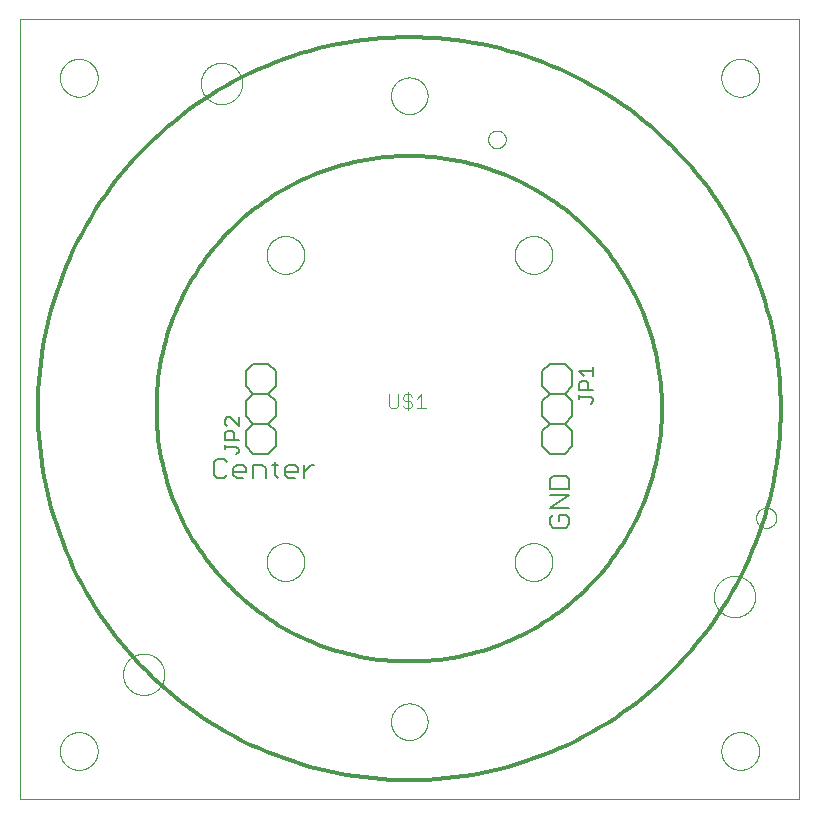
<source format=gto>
G75*
%MOIN*%
%OFA0B0*%
%FSLAX25Y25*%
%IPPOS*%
%LPD*%
%AMOC8*
5,1,8,0,0,1.08239X$1,22.5*
%
%ADD10C,0.00000*%
%ADD11C,0.00600*%
%ADD12C,0.00500*%
%ADD13C,0.01181*%
%ADD14C,0.00400*%
D10*
X0001000Y0001000D02*
X0001000Y0260724D01*
X0260921Y0260882D01*
X0260921Y0001000D01*
X0001000Y0001000D01*
X0014465Y0016827D02*
X0014467Y0016985D01*
X0014473Y0017143D01*
X0014483Y0017301D01*
X0014497Y0017459D01*
X0014515Y0017616D01*
X0014536Y0017773D01*
X0014562Y0017929D01*
X0014592Y0018085D01*
X0014625Y0018240D01*
X0014663Y0018393D01*
X0014704Y0018546D01*
X0014749Y0018698D01*
X0014798Y0018849D01*
X0014851Y0018998D01*
X0014907Y0019146D01*
X0014967Y0019292D01*
X0015031Y0019437D01*
X0015099Y0019580D01*
X0015170Y0019722D01*
X0015244Y0019862D01*
X0015322Y0019999D01*
X0015404Y0020135D01*
X0015488Y0020269D01*
X0015577Y0020400D01*
X0015668Y0020529D01*
X0015763Y0020656D01*
X0015860Y0020781D01*
X0015961Y0020903D01*
X0016065Y0021022D01*
X0016172Y0021139D01*
X0016282Y0021253D01*
X0016395Y0021364D01*
X0016510Y0021473D01*
X0016628Y0021578D01*
X0016749Y0021680D01*
X0016872Y0021780D01*
X0016998Y0021876D01*
X0017126Y0021969D01*
X0017256Y0022059D01*
X0017389Y0022145D01*
X0017524Y0022229D01*
X0017660Y0022308D01*
X0017799Y0022385D01*
X0017940Y0022457D01*
X0018082Y0022527D01*
X0018226Y0022592D01*
X0018372Y0022654D01*
X0018519Y0022712D01*
X0018668Y0022767D01*
X0018818Y0022818D01*
X0018969Y0022865D01*
X0019121Y0022908D01*
X0019274Y0022947D01*
X0019429Y0022983D01*
X0019584Y0023014D01*
X0019740Y0023042D01*
X0019896Y0023066D01*
X0020053Y0023086D01*
X0020211Y0023102D01*
X0020368Y0023114D01*
X0020527Y0023122D01*
X0020685Y0023126D01*
X0020843Y0023126D01*
X0021001Y0023122D01*
X0021160Y0023114D01*
X0021317Y0023102D01*
X0021475Y0023086D01*
X0021632Y0023066D01*
X0021788Y0023042D01*
X0021944Y0023014D01*
X0022099Y0022983D01*
X0022254Y0022947D01*
X0022407Y0022908D01*
X0022559Y0022865D01*
X0022710Y0022818D01*
X0022860Y0022767D01*
X0023009Y0022712D01*
X0023156Y0022654D01*
X0023302Y0022592D01*
X0023446Y0022527D01*
X0023588Y0022457D01*
X0023729Y0022385D01*
X0023868Y0022308D01*
X0024004Y0022229D01*
X0024139Y0022145D01*
X0024272Y0022059D01*
X0024402Y0021969D01*
X0024530Y0021876D01*
X0024656Y0021780D01*
X0024779Y0021680D01*
X0024900Y0021578D01*
X0025018Y0021473D01*
X0025133Y0021364D01*
X0025246Y0021253D01*
X0025356Y0021139D01*
X0025463Y0021022D01*
X0025567Y0020903D01*
X0025668Y0020781D01*
X0025765Y0020656D01*
X0025860Y0020529D01*
X0025951Y0020400D01*
X0026040Y0020269D01*
X0026124Y0020135D01*
X0026206Y0019999D01*
X0026284Y0019862D01*
X0026358Y0019722D01*
X0026429Y0019580D01*
X0026497Y0019437D01*
X0026561Y0019292D01*
X0026621Y0019146D01*
X0026677Y0018998D01*
X0026730Y0018849D01*
X0026779Y0018698D01*
X0026824Y0018546D01*
X0026865Y0018393D01*
X0026903Y0018240D01*
X0026936Y0018085D01*
X0026966Y0017929D01*
X0026992Y0017773D01*
X0027013Y0017616D01*
X0027031Y0017459D01*
X0027045Y0017301D01*
X0027055Y0017143D01*
X0027061Y0016985D01*
X0027063Y0016827D01*
X0027061Y0016669D01*
X0027055Y0016511D01*
X0027045Y0016353D01*
X0027031Y0016195D01*
X0027013Y0016038D01*
X0026992Y0015881D01*
X0026966Y0015725D01*
X0026936Y0015569D01*
X0026903Y0015414D01*
X0026865Y0015261D01*
X0026824Y0015108D01*
X0026779Y0014956D01*
X0026730Y0014805D01*
X0026677Y0014656D01*
X0026621Y0014508D01*
X0026561Y0014362D01*
X0026497Y0014217D01*
X0026429Y0014074D01*
X0026358Y0013932D01*
X0026284Y0013792D01*
X0026206Y0013655D01*
X0026124Y0013519D01*
X0026040Y0013385D01*
X0025951Y0013254D01*
X0025860Y0013125D01*
X0025765Y0012998D01*
X0025668Y0012873D01*
X0025567Y0012751D01*
X0025463Y0012632D01*
X0025356Y0012515D01*
X0025246Y0012401D01*
X0025133Y0012290D01*
X0025018Y0012181D01*
X0024900Y0012076D01*
X0024779Y0011974D01*
X0024656Y0011874D01*
X0024530Y0011778D01*
X0024402Y0011685D01*
X0024272Y0011595D01*
X0024139Y0011509D01*
X0024004Y0011425D01*
X0023868Y0011346D01*
X0023729Y0011269D01*
X0023588Y0011197D01*
X0023446Y0011127D01*
X0023302Y0011062D01*
X0023156Y0011000D01*
X0023009Y0010942D01*
X0022860Y0010887D01*
X0022710Y0010836D01*
X0022559Y0010789D01*
X0022407Y0010746D01*
X0022254Y0010707D01*
X0022099Y0010671D01*
X0021944Y0010640D01*
X0021788Y0010612D01*
X0021632Y0010588D01*
X0021475Y0010568D01*
X0021317Y0010552D01*
X0021160Y0010540D01*
X0021001Y0010532D01*
X0020843Y0010528D01*
X0020685Y0010528D01*
X0020527Y0010532D01*
X0020368Y0010540D01*
X0020211Y0010552D01*
X0020053Y0010568D01*
X0019896Y0010588D01*
X0019740Y0010612D01*
X0019584Y0010640D01*
X0019429Y0010671D01*
X0019274Y0010707D01*
X0019121Y0010746D01*
X0018969Y0010789D01*
X0018818Y0010836D01*
X0018668Y0010887D01*
X0018519Y0010942D01*
X0018372Y0011000D01*
X0018226Y0011062D01*
X0018082Y0011127D01*
X0017940Y0011197D01*
X0017799Y0011269D01*
X0017660Y0011346D01*
X0017524Y0011425D01*
X0017389Y0011509D01*
X0017256Y0011595D01*
X0017126Y0011685D01*
X0016998Y0011778D01*
X0016872Y0011874D01*
X0016749Y0011974D01*
X0016628Y0012076D01*
X0016510Y0012181D01*
X0016395Y0012290D01*
X0016282Y0012401D01*
X0016172Y0012515D01*
X0016065Y0012632D01*
X0015961Y0012751D01*
X0015860Y0012873D01*
X0015763Y0012998D01*
X0015668Y0013125D01*
X0015577Y0013254D01*
X0015488Y0013385D01*
X0015404Y0013519D01*
X0015322Y0013655D01*
X0015244Y0013792D01*
X0015170Y0013932D01*
X0015099Y0014074D01*
X0015031Y0014217D01*
X0014967Y0014362D01*
X0014907Y0014508D01*
X0014851Y0014656D01*
X0014798Y0014805D01*
X0014749Y0014956D01*
X0014704Y0015108D01*
X0014663Y0015261D01*
X0014625Y0015414D01*
X0014592Y0015569D01*
X0014562Y0015725D01*
X0014536Y0015881D01*
X0014515Y0016038D01*
X0014497Y0016195D01*
X0014483Y0016353D01*
X0014473Y0016511D01*
X0014467Y0016669D01*
X0014465Y0016827D01*
X0035504Y0042395D02*
X0035506Y0042564D01*
X0035512Y0042733D01*
X0035523Y0042902D01*
X0035537Y0043070D01*
X0035556Y0043238D01*
X0035579Y0043406D01*
X0035605Y0043573D01*
X0035636Y0043739D01*
X0035671Y0043905D01*
X0035710Y0044069D01*
X0035754Y0044233D01*
X0035801Y0044395D01*
X0035852Y0044556D01*
X0035907Y0044716D01*
X0035966Y0044875D01*
X0036028Y0045032D01*
X0036095Y0045187D01*
X0036166Y0045341D01*
X0036240Y0045493D01*
X0036318Y0045643D01*
X0036399Y0045791D01*
X0036484Y0045937D01*
X0036573Y0046081D01*
X0036665Y0046223D01*
X0036761Y0046362D01*
X0036860Y0046499D01*
X0036962Y0046634D01*
X0037068Y0046766D01*
X0037177Y0046895D01*
X0037289Y0047022D01*
X0037404Y0047146D01*
X0037522Y0047267D01*
X0037643Y0047385D01*
X0037767Y0047500D01*
X0037894Y0047612D01*
X0038023Y0047721D01*
X0038155Y0047827D01*
X0038290Y0047929D01*
X0038427Y0048028D01*
X0038566Y0048124D01*
X0038708Y0048216D01*
X0038852Y0048305D01*
X0038998Y0048390D01*
X0039146Y0048471D01*
X0039296Y0048549D01*
X0039448Y0048623D01*
X0039602Y0048694D01*
X0039757Y0048761D01*
X0039914Y0048823D01*
X0040073Y0048882D01*
X0040233Y0048937D01*
X0040394Y0048988D01*
X0040556Y0049035D01*
X0040720Y0049079D01*
X0040884Y0049118D01*
X0041050Y0049153D01*
X0041216Y0049184D01*
X0041383Y0049210D01*
X0041551Y0049233D01*
X0041719Y0049252D01*
X0041887Y0049266D01*
X0042056Y0049277D01*
X0042225Y0049283D01*
X0042394Y0049285D01*
X0042563Y0049283D01*
X0042732Y0049277D01*
X0042901Y0049266D01*
X0043069Y0049252D01*
X0043237Y0049233D01*
X0043405Y0049210D01*
X0043572Y0049184D01*
X0043738Y0049153D01*
X0043904Y0049118D01*
X0044068Y0049079D01*
X0044232Y0049035D01*
X0044394Y0048988D01*
X0044555Y0048937D01*
X0044715Y0048882D01*
X0044874Y0048823D01*
X0045031Y0048761D01*
X0045186Y0048694D01*
X0045340Y0048623D01*
X0045492Y0048549D01*
X0045642Y0048471D01*
X0045790Y0048390D01*
X0045936Y0048305D01*
X0046080Y0048216D01*
X0046222Y0048124D01*
X0046361Y0048028D01*
X0046498Y0047929D01*
X0046633Y0047827D01*
X0046765Y0047721D01*
X0046894Y0047612D01*
X0047021Y0047500D01*
X0047145Y0047385D01*
X0047266Y0047267D01*
X0047384Y0047146D01*
X0047499Y0047022D01*
X0047611Y0046895D01*
X0047720Y0046766D01*
X0047826Y0046634D01*
X0047928Y0046499D01*
X0048027Y0046362D01*
X0048123Y0046223D01*
X0048215Y0046081D01*
X0048304Y0045937D01*
X0048389Y0045791D01*
X0048470Y0045643D01*
X0048548Y0045493D01*
X0048622Y0045341D01*
X0048693Y0045187D01*
X0048760Y0045032D01*
X0048822Y0044875D01*
X0048881Y0044716D01*
X0048936Y0044556D01*
X0048987Y0044395D01*
X0049034Y0044233D01*
X0049078Y0044069D01*
X0049117Y0043905D01*
X0049152Y0043739D01*
X0049183Y0043573D01*
X0049209Y0043406D01*
X0049232Y0043238D01*
X0049251Y0043070D01*
X0049265Y0042902D01*
X0049276Y0042733D01*
X0049282Y0042564D01*
X0049284Y0042395D01*
X0049282Y0042226D01*
X0049276Y0042057D01*
X0049265Y0041888D01*
X0049251Y0041720D01*
X0049232Y0041552D01*
X0049209Y0041384D01*
X0049183Y0041217D01*
X0049152Y0041051D01*
X0049117Y0040885D01*
X0049078Y0040721D01*
X0049034Y0040557D01*
X0048987Y0040395D01*
X0048936Y0040234D01*
X0048881Y0040074D01*
X0048822Y0039915D01*
X0048760Y0039758D01*
X0048693Y0039603D01*
X0048622Y0039449D01*
X0048548Y0039297D01*
X0048470Y0039147D01*
X0048389Y0038999D01*
X0048304Y0038853D01*
X0048215Y0038709D01*
X0048123Y0038567D01*
X0048027Y0038428D01*
X0047928Y0038291D01*
X0047826Y0038156D01*
X0047720Y0038024D01*
X0047611Y0037895D01*
X0047499Y0037768D01*
X0047384Y0037644D01*
X0047266Y0037523D01*
X0047145Y0037405D01*
X0047021Y0037290D01*
X0046894Y0037178D01*
X0046765Y0037069D01*
X0046633Y0036963D01*
X0046498Y0036861D01*
X0046361Y0036762D01*
X0046222Y0036666D01*
X0046080Y0036574D01*
X0045936Y0036485D01*
X0045790Y0036400D01*
X0045642Y0036319D01*
X0045492Y0036241D01*
X0045340Y0036167D01*
X0045186Y0036096D01*
X0045031Y0036029D01*
X0044874Y0035967D01*
X0044715Y0035908D01*
X0044555Y0035853D01*
X0044394Y0035802D01*
X0044232Y0035755D01*
X0044068Y0035711D01*
X0043904Y0035672D01*
X0043738Y0035637D01*
X0043572Y0035606D01*
X0043405Y0035580D01*
X0043237Y0035557D01*
X0043069Y0035538D01*
X0042901Y0035524D01*
X0042732Y0035513D01*
X0042563Y0035507D01*
X0042394Y0035505D01*
X0042225Y0035507D01*
X0042056Y0035513D01*
X0041887Y0035524D01*
X0041719Y0035538D01*
X0041551Y0035557D01*
X0041383Y0035580D01*
X0041216Y0035606D01*
X0041050Y0035637D01*
X0040884Y0035672D01*
X0040720Y0035711D01*
X0040556Y0035755D01*
X0040394Y0035802D01*
X0040233Y0035853D01*
X0040073Y0035908D01*
X0039914Y0035967D01*
X0039757Y0036029D01*
X0039602Y0036096D01*
X0039448Y0036167D01*
X0039296Y0036241D01*
X0039146Y0036319D01*
X0038998Y0036400D01*
X0038852Y0036485D01*
X0038708Y0036574D01*
X0038566Y0036666D01*
X0038427Y0036762D01*
X0038290Y0036861D01*
X0038155Y0036963D01*
X0038023Y0037069D01*
X0037894Y0037178D01*
X0037767Y0037290D01*
X0037643Y0037405D01*
X0037522Y0037523D01*
X0037404Y0037644D01*
X0037289Y0037768D01*
X0037177Y0037895D01*
X0037068Y0038024D01*
X0036962Y0038156D01*
X0036860Y0038291D01*
X0036761Y0038428D01*
X0036665Y0038567D01*
X0036573Y0038709D01*
X0036484Y0038853D01*
X0036399Y0038999D01*
X0036318Y0039147D01*
X0036240Y0039297D01*
X0036166Y0039449D01*
X0036095Y0039603D01*
X0036028Y0039758D01*
X0035966Y0039915D01*
X0035907Y0040074D01*
X0035852Y0040234D01*
X0035801Y0040395D01*
X0035754Y0040557D01*
X0035710Y0040721D01*
X0035671Y0040885D01*
X0035636Y0041051D01*
X0035605Y0041217D01*
X0035579Y0041384D01*
X0035556Y0041552D01*
X0035537Y0041720D01*
X0035523Y0041888D01*
X0035512Y0042057D01*
X0035506Y0042226D01*
X0035504Y0042395D01*
X0083362Y0079819D02*
X0083364Y0079977D01*
X0083370Y0080135D01*
X0083380Y0080293D01*
X0083394Y0080451D01*
X0083412Y0080608D01*
X0083433Y0080765D01*
X0083459Y0080921D01*
X0083489Y0081077D01*
X0083522Y0081232D01*
X0083560Y0081385D01*
X0083601Y0081538D01*
X0083646Y0081690D01*
X0083695Y0081841D01*
X0083748Y0081990D01*
X0083804Y0082138D01*
X0083864Y0082284D01*
X0083928Y0082429D01*
X0083996Y0082572D01*
X0084067Y0082714D01*
X0084141Y0082854D01*
X0084219Y0082991D01*
X0084301Y0083127D01*
X0084385Y0083261D01*
X0084474Y0083392D01*
X0084565Y0083521D01*
X0084660Y0083648D01*
X0084757Y0083773D01*
X0084858Y0083895D01*
X0084962Y0084014D01*
X0085069Y0084131D01*
X0085179Y0084245D01*
X0085292Y0084356D01*
X0085407Y0084465D01*
X0085525Y0084570D01*
X0085646Y0084672D01*
X0085769Y0084772D01*
X0085895Y0084868D01*
X0086023Y0084961D01*
X0086153Y0085051D01*
X0086286Y0085137D01*
X0086421Y0085221D01*
X0086557Y0085300D01*
X0086696Y0085377D01*
X0086837Y0085449D01*
X0086979Y0085519D01*
X0087123Y0085584D01*
X0087269Y0085646D01*
X0087416Y0085704D01*
X0087565Y0085759D01*
X0087715Y0085810D01*
X0087866Y0085857D01*
X0088018Y0085900D01*
X0088171Y0085939D01*
X0088326Y0085975D01*
X0088481Y0086006D01*
X0088637Y0086034D01*
X0088793Y0086058D01*
X0088950Y0086078D01*
X0089108Y0086094D01*
X0089265Y0086106D01*
X0089424Y0086114D01*
X0089582Y0086118D01*
X0089740Y0086118D01*
X0089898Y0086114D01*
X0090057Y0086106D01*
X0090214Y0086094D01*
X0090372Y0086078D01*
X0090529Y0086058D01*
X0090685Y0086034D01*
X0090841Y0086006D01*
X0090996Y0085975D01*
X0091151Y0085939D01*
X0091304Y0085900D01*
X0091456Y0085857D01*
X0091607Y0085810D01*
X0091757Y0085759D01*
X0091906Y0085704D01*
X0092053Y0085646D01*
X0092199Y0085584D01*
X0092343Y0085519D01*
X0092485Y0085449D01*
X0092626Y0085377D01*
X0092765Y0085300D01*
X0092901Y0085221D01*
X0093036Y0085137D01*
X0093169Y0085051D01*
X0093299Y0084961D01*
X0093427Y0084868D01*
X0093553Y0084772D01*
X0093676Y0084672D01*
X0093797Y0084570D01*
X0093915Y0084465D01*
X0094030Y0084356D01*
X0094143Y0084245D01*
X0094253Y0084131D01*
X0094360Y0084014D01*
X0094464Y0083895D01*
X0094565Y0083773D01*
X0094662Y0083648D01*
X0094757Y0083521D01*
X0094848Y0083392D01*
X0094937Y0083261D01*
X0095021Y0083127D01*
X0095103Y0082991D01*
X0095181Y0082854D01*
X0095255Y0082714D01*
X0095326Y0082572D01*
X0095394Y0082429D01*
X0095458Y0082284D01*
X0095518Y0082138D01*
X0095574Y0081990D01*
X0095627Y0081841D01*
X0095676Y0081690D01*
X0095721Y0081538D01*
X0095762Y0081385D01*
X0095800Y0081232D01*
X0095833Y0081077D01*
X0095863Y0080921D01*
X0095889Y0080765D01*
X0095910Y0080608D01*
X0095928Y0080451D01*
X0095942Y0080293D01*
X0095952Y0080135D01*
X0095958Y0079977D01*
X0095960Y0079819D01*
X0095958Y0079661D01*
X0095952Y0079503D01*
X0095942Y0079345D01*
X0095928Y0079187D01*
X0095910Y0079030D01*
X0095889Y0078873D01*
X0095863Y0078717D01*
X0095833Y0078561D01*
X0095800Y0078406D01*
X0095762Y0078253D01*
X0095721Y0078100D01*
X0095676Y0077948D01*
X0095627Y0077797D01*
X0095574Y0077648D01*
X0095518Y0077500D01*
X0095458Y0077354D01*
X0095394Y0077209D01*
X0095326Y0077066D01*
X0095255Y0076924D01*
X0095181Y0076784D01*
X0095103Y0076647D01*
X0095021Y0076511D01*
X0094937Y0076377D01*
X0094848Y0076246D01*
X0094757Y0076117D01*
X0094662Y0075990D01*
X0094565Y0075865D01*
X0094464Y0075743D01*
X0094360Y0075624D01*
X0094253Y0075507D01*
X0094143Y0075393D01*
X0094030Y0075282D01*
X0093915Y0075173D01*
X0093797Y0075068D01*
X0093676Y0074966D01*
X0093553Y0074866D01*
X0093427Y0074770D01*
X0093299Y0074677D01*
X0093169Y0074587D01*
X0093036Y0074501D01*
X0092901Y0074417D01*
X0092765Y0074338D01*
X0092626Y0074261D01*
X0092485Y0074189D01*
X0092343Y0074119D01*
X0092199Y0074054D01*
X0092053Y0073992D01*
X0091906Y0073934D01*
X0091757Y0073879D01*
X0091607Y0073828D01*
X0091456Y0073781D01*
X0091304Y0073738D01*
X0091151Y0073699D01*
X0090996Y0073663D01*
X0090841Y0073632D01*
X0090685Y0073604D01*
X0090529Y0073580D01*
X0090372Y0073560D01*
X0090214Y0073544D01*
X0090057Y0073532D01*
X0089898Y0073524D01*
X0089740Y0073520D01*
X0089582Y0073520D01*
X0089424Y0073524D01*
X0089265Y0073532D01*
X0089108Y0073544D01*
X0088950Y0073560D01*
X0088793Y0073580D01*
X0088637Y0073604D01*
X0088481Y0073632D01*
X0088326Y0073663D01*
X0088171Y0073699D01*
X0088018Y0073738D01*
X0087866Y0073781D01*
X0087715Y0073828D01*
X0087565Y0073879D01*
X0087416Y0073934D01*
X0087269Y0073992D01*
X0087123Y0074054D01*
X0086979Y0074119D01*
X0086837Y0074189D01*
X0086696Y0074261D01*
X0086557Y0074338D01*
X0086421Y0074417D01*
X0086286Y0074501D01*
X0086153Y0074587D01*
X0086023Y0074677D01*
X0085895Y0074770D01*
X0085769Y0074866D01*
X0085646Y0074966D01*
X0085525Y0075068D01*
X0085407Y0075173D01*
X0085292Y0075282D01*
X0085179Y0075393D01*
X0085069Y0075507D01*
X0084962Y0075624D01*
X0084858Y0075743D01*
X0084757Y0075865D01*
X0084660Y0075990D01*
X0084565Y0076117D01*
X0084474Y0076246D01*
X0084385Y0076377D01*
X0084301Y0076511D01*
X0084219Y0076647D01*
X0084141Y0076784D01*
X0084067Y0076924D01*
X0083996Y0077066D01*
X0083928Y0077209D01*
X0083864Y0077354D01*
X0083804Y0077500D01*
X0083748Y0077648D01*
X0083695Y0077797D01*
X0083646Y0077948D01*
X0083601Y0078100D01*
X0083560Y0078253D01*
X0083522Y0078406D01*
X0083489Y0078561D01*
X0083459Y0078717D01*
X0083433Y0078873D01*
X0083412Y0079030D01*
X0083394Y0079187D01*
X0083380Y0079345D01*
X0083370Y0079503D01*
X0083364Y0079661D01*
X0083362Y0079819D01*
X0124820Y0026591D02*
X0124822Y0026747D01*
X0124828Y0026903D01*
X0124838Y0027058D01*
X0124852Y0027213D01*
X0124870Y0027368D01*
X0124892Y0027522D01*
X0124917Y0027676D01*
X0124947Y0027829D01*
X0124981Y0027981D01*
X0125018Y0028133D01*
X0125059Y0028283D01*
X0125104Y0028432D01*
X0125153Y0028580D01*
X0125206Y0028727D01*
X0125262Y0028872D01*
X0125322Y0029016D01*
X0125386Y0029158D01*
X0125454Y0029299D01*
X0125525Y0029437D01*
X0125599Y0029574D01*
X0125677Y0029709D01*
X0125758Y0029842D01*
X0125843Y0029973D01*
X0125931Y0030102D01*
X0126022Y0030228D01*
X0126117Y0030352D01*
X0126214Y0030473D01*
X0126315Y0030592D01*
X0126419Y0030709D01*
X0126525Y0030822D01*
X0126635Y0030933D01*
X0126747Y0031041D01*
X0126862Y0031146D01*
X0126980Y0031249D01*
X0127100Y0031348D01*
X0127223Y0031444D01*
X0127348Y0031537D01*
X0127475Y0031626D01*
X0127605Y0031713D01*
X0127737Y0031796D01*
X0127871Y0031875D01*
X0128007Y0031952D01*
X0128145Y0032024D01*
X0128284Y0032094D01*
X0128426Y0032159D01*
X0128569Y0032221D01*
X0128713Y0032279D01*
X0128859Y0032334D01*
X0129007Y0032385D01*
X0129155Y0032432D01*
X0129305Y0032475D01*
X0129456Y0032514D01*
X0129608Y0032550D01*
X0129760Y0032581D01*
X0129914Y0032609D01*
X0130068Y0032633D01*
X0130222Y0032653D01*
X0130377Y0032669D01*
X0130533Y0032681D01*
X0130688Y0032689D01*
X0130844Y0032693D01*
X0131000Y0032693D01*
X0131156Y0032689D01*
X0131311Y0032681D01*
X0131467Y0032669D01*
X0131622Y0032653D01*
X0131776Y0032633D01*
X0131930Y0032609D01*
X0132084Y0032581D01*
X0132236Y0032550D01*
X0132388Y0032514D01*
X0132539Y0032475D01*
X0132689Y0032432D01*
X0132837Y0032385D01*
X0132985Y0032334D01*
X0133131Y0032279D01*
X0133275Y0032221D01*
X0133418Y0032159D01*
X0133560Y0032094D01*
X0133699Y0032024D01*
X0133837Y0031952D01*
X0133973Y0031875D01*
X0134107Y0031796D01*
X0134239Y0031713D01*
X0134369Y0031626D01*
X0134496Y0031537D01*
X0134621Y0031444D01*
X0134744Y0031348D01*
X0134864Y0031249D01*
X0134982Y0031146D01*
X0135097Y0031041D01*
X0135209Y0030933D01*
X0135319Y0030822D01*
X0135425Y0030709D01*
X0135529Y0030592D01*
X0135630Y0030473D01*
X0135727Y0030352D01*
X0135822Y0030228D01*
X0135913Y0030102D01*
X0136001Y0029973D01*
X0136086Y0029842D01*
X0136167Y0029709D01*
X0136245Y0029574D01*
X0136319Y0029437D01*
X0136390Y0029299D01*
X0136458Y0029158D01*
X0136522Y0029016D01*
X0136582Y0028872D01*
X0136638Y0028727D01*
X0136691Y0028580D01*
X0136740Y0028432D01*
X0136785Y0028283D01*
X0136826Y0028133D01*
X0136863Y0027981D01*
X0136897Y0027829D01*
X0136927Y0027676D01*
X0136952Y0027522D01*
X0136974Y0027368D01*
X0136992Y0027213D01*
X0137006Y0027058D01*
X0137016Y0026903D01*
X0137022Y0026747D01*
X0137024Y0026591D01*
X0137022Y0026435D01*
X0137016Y0026279D01*
X0137006Y0026124D01*
X0136992Y0025969D01*
X0136974Y0025814D01*
X0136952Y0025660D01*
X0136927Y0025506D01*
X0136897Y0025353D01*
X0136863Y0025201D01*
X0136826Y0025049D01*
X0136785Y0024899D01*
X0136740Y0024750D01*
X0136691Y0024602D01*
X0136638Y0024455D01*
X0136582Y0024310D01*
X0136522Y0024166D01*
X0136458Y0024024D01*
X0136390Y0023883D01*
X0136319Y0023745D01*
X0136245Y0023608D01*
X0136167Y0023473D01*
X0136086Y0023340D01*
X0136001Y0023209D01*
X0135913Y0023080D01*
X0135822Y0022954D01*
X0135727Y0022830D01*
X0135630Y0022709D01*
X0135529Y0022590D01*
X0135425Y0022473D01*
X0135319Y0022360D01*
X0135209Y0022249D01*
X0135097Y0022141D01*
X0134982Y0022036D01*
X0134864Y0021933D01*
X0134744Y0021834D01*
X0134621Y0021738D01*
X0134496Y0021645D01*
X0134369Y0021556D01*
X0134239Y0021469D01*
X0134107Y0021386D01*
X0133973Y0021307D01*
X0133837Y0021230D01*
X0133699Y0021158D01*
X0133560Y0021088D01*
X0133418Y0021023D01*
X0133275Y0020961D01*
X0133131Y0020903D01*
X0132985Y0020848D01*
X0132837Y0020797D01*
X0132689Y0020750D01*
X0132539Y0020707D01*
X0132388Y0020668D01*
X0132236Y0020632D01*
X0132084Y0020601D01*
X0131930Y0020573D01*
X0131776Y0020549D01*
X0131622Y0020529D01*
X0131467Y0020513D01*
X0131311Y0020501D01*
X0131156Y0020493D01*
X0131000Y0020489D01*
X0130844Y0020489D01*
X0130688Y0020493D01*
X0130533Y0020501D01*
X0130377Y0020513D01*
X0130222Y0020529D01*
X0130068Y0020549D01*
X0129914Y0020573D01*
X0129760Y0020601D01*
X0129608Y0020632D01*
X0129456Y0020668D01*
X0129305Y0020707D01*
X0129155Y0020750D01*
X0129007Y0020797D01*
X0128859Y0020848D01*
X0128713Y0020903D01*
X0128569Y0020961D01*
X0128426Y0021023D01*
X0128284Y0021088D01*
X0128145Y0021158D01*
X0128007Y0021230D01*
X0127871Y0021307D01*
X0127737Y0021386D01*
X0127605Y0021469D01*
X0127475Y0021556D01*
X0127348Y0021645D01*
X0127223Y0021738D01*
X0127100Y0021834D01*
X0126980Y0021933D01*
X0126862Y0022036D01*
X0126747Y0022141D01*
X0126635Y0022249D01*
X0126525Y0022360D01*
X0126419Y0022473D01*
X0126315Y0022590D01*
X0126214Y0022709D01*
X0126117Y0022830D01*
X0126022Y0022954D01*
X0125931Y0023080D01*
X0125843Y0023209D01*
X0125758Y0023340D01*
X0125677Y0023473D01*
X0125599Y0023608D01*
X0125525Y0023745D01*
X0125454Y0023883D01*
X0125386Y0024024D01*
X0125322Y0024166D01*
X0125262Y0024310D01*
X0125206Y0024455D01*
X0125153Y0024602D01*
X0125104Y0024750D01*
X0125059Y0024899D01*
X0125018Y0025049D01*
X0124981Y0025201D01*
X0124947Y0025353D01*
X0124917Y0025506D01*
X0124892Y0025660D01*
X0124870Y0025814D01*
X0124852Y0025969D01*
X0124838Y0026124D01*
X0124828Y0026279D01*
X0124822Y0026435D01*
X0124820Y0026591D01*
X0166040Y0079819D02*
X0166042Y0079977D01*
X0166048Y0080135D01*
X0166058Y0080293D01*
X0166072Y0080451D01*
X0166090Y0080608D01*
X0166111Y0080765D01*
X0166137Y0080921D01*
X0166167Y0081077D01*
X0166200Y0081232D01*
X0166238Y0081385D01*
X0166279Y0081538D01*
X0166324Y0081690D01*
X0166373Y0081841D01*
X0166426Y0081990D01*
X0166482Y0082138D01*
X0166542Y0082284D01*
X0166606Y0082429D01*
X0166674Y0082572D01*
X0166745Y0082714D01*
X0166819Y0082854D01*
X0166897Y0082991D01*
X0166979Y0083127D01*
X0167063Y0083261D01*
X0167152Y0083392D01*
X0167243Y0083521D01*
X0167338Y0083648D01*
X0167435Y0083773D01*
X0167536Y0083895D01*
X0167640Y0084014D01*
X0167747Y0084131D01*
X0167857Y0084245D01*
X0167970Y0084356D01*
X0168085Y0084465D01*
X0168203Y0084570D01*
X0168324Y0084672D01*
X0168447Y0084772D01*
X0168573Y0084868D01*
X0168701Y0084961D01*
X0168831Y0085051D01*
X0168964Y0085137D01*
X0169099Y0085221D01*
X0169235Y0085300D01*
X0169374Y0085377D01*
X0169515Y0085449D01*
X0169657Y0085519D01*
X0169801Y0085584D01*
X0169947Y0085646D01*
X0170094Y0085704D01*
X0170243Y0085759D01*
X0170393Y0085810D01*
X0170544Y0085857D01*
X0170696Y0085900D01*
X0170849Y0085939D01*
X0171004Y0085975D01*
X0171159Y0086006D01*
X0171315Y0086034D01*
X0171471Y0086058D01*
X0171628Y0086078D01*
X0171786Y0086094D01*
X0171943Y0086106D01*
X0172102Y0086114D01*
X0172260Y0086118D01*
X0172418Y0086118D01*
X0172576Y0086114D01*
X0172735Y0086106D01*
X0172892Y0086094D01*
X0173050Y0086078D01*
X0173207Y0086058D01*
X0173363Y0086034D01*
X0173519Y0086006D01*
X0173674Y0085975D01*
X0173829Y0085939D01*
X0173982Y0085900D01*
X0174134Y0085857D01*
X0174285Y0085810D01*
X0174435Y0085759D01*
X0174584Y0085704D01*
X0174731Y0085646D01*
X0174877Y0085584D01*
X0175021Y0085519D01*
X0175163Y0085449D01*
X0175304Y0085377D01*
X0175443Y0085300D01*
X0175579Y0085221D01*
X0175714Y0085137D01*
X0175847Y0085051D01*
X0175977Y0084961D01*
X0176105Y0084868D01*
X0176231Y0084772D01*
X0176354Y0084672D01*
X0176475Y0084570D01*
X0176593Y0084465D01*
X0176708Y0084356D01*
X0176821Y0084245D01*
X0176931Y0084131D01*
X0177038Y0084014D01*
X0177142Y0083895D01*
X0177243Y0083773D01*
X0177340Y0083648D01*
X0177435Y0083521D01*
X0177526Y0083392D01*
X0177615Y0083261D01*
X0177699Y0083127D01*
X0177781Y0082991D01*
X0177859Y0082854D01*
X0177933Y0082714D01*
X0178004Y0082572D01*
X0178072Y0082429D01*
X0178136Y0082284D01*
X0178196Y0082138D01*
X0178252Y0081990D01*
X0178305Y0081841D01*
X0178354Y0081690D01*
X0178399Y0081538D01*
X0178440Y0081385D01*
X0178478Y0081232D01*
X0178511Y0081077D01*
X0178541Y0080921D01*
X0178567Y0080765D01*
X0178588Y0080608D01*
X0178606Y0080451D01*
X0178620Y0080293D01*
X0178630Y0080135D01*
X0178636Y0079977D01*
X0178638Y0079819D01*
X0178636Y0079661D01*
X0178630Y0079503D01*
X0178620Y0079345D01*
X0178606Y0079187D01*
X0178588Y0079030D01*
X0178567Y0078873D01*
X0178541Y0078717D01*
X0178511Y0078561D01*
X0178478Y0078406D01*
X0178440Y0078253D01*
X0178399Y0078100D01*
X0178354Y0077948D01*
X0178305Y0077797D01*
X0178252Y0077648D01*
X0178196Y0077500D01*
X0178136Y0077354D01*
X0178072Y0077209D01*
X0178004Y0077066D01*
X0177933Y0076924D01*
X0177859Y0076784D01*
X0177781Y0076647D01*
X0177699Y0076511D01*
X0177615Y0076377D01*
X0177526Y0076246D01*
X0177435Y0076117D01*
X0177340Y0075990D01*
X0177243Y0075865D01*
X0177142Y0075743D01*
X0177038Y0075624D01*
X0176931Y0075507D01*
X0176821Y0075393D01*
X0176708Y0075282D01*
X0176593Y0075173D01*
X0176475Y0075068D01*
X0176354Y0074966D01*
X0176231Y0074866D01*
X0176105Y0074770D01*
X0175977Y0074677D01*
X0175847Y0074587D01*
X0175714Y0074501D01*
X0175579Y0074417D01*
X0175443Y0074338D01*
X0175304Y0074261D01*
X0175163Y0074189D01*
X0175021Y0074119D01*
X0174877Y0074054D01*
X0174731Y0073992D01*
X0174584Y0073934D01*
X0174435Y0073879D01*
X0174285Y0073828D01*
X0174134Y0073781D01*
X0173982Y0073738D01*
X0173829Y0073699D01*
X0173674Y0073663D01*
X0173519Y0073632D01*
X0173363Y0073604D01*
X0173207Y0073580D01*
X0173050Y0073560D01*
X0172892Y0073544D01*
X0172735Y0073532D01*
X0172576Y0073524D01*
X0172418Y0073520D01*
X0172260Y0073520D01*
X0172102Y0073524D01*
X0171943Y0073532D01*
X0171786Y0073544D01*
X0171628Y0073560D01*
X0171471Y0073580D01*
X0171315Y0073604D01*
X0171159Y0073632D01*
X0171004Y0073663D01*
X0170849Y0073699D01*
X0170696Y0073738D01*
X0170544Y0073781D01*
X0170393Y0073828D01*
X0170243Y0073879D01*
X0170094Y0073934D01*
X0169947Y0073992D01*
X0169801Y0074054D01*
X0169657Y0074119D01*
X0169515Y0074189D01*
X0169374Y0074261D01*
X0169235Y0074338D01*
X0169099Y0074417D01*
X0168964Y0074501D01*
X0168831Y0074587D01*
X0168701Y0074677D01*
X0168573Y0074770D01*
X0168447Y0074866D01*
X0168324Y0074966D01*
X0168203Y0075068D01*
X0168085Y0075173D01*
X0167970Y0075282D01*
X0167857Y0075393D01*
X0167747Y0075507D01*
X0167640Y0075624D01*
X0167536Y0075743D01*
X0167435Y0075865D01*
X0167338Y0075990D01*
X0167243Y0076117D01*
X0167152Y0076246D01*
X0167063Y0076377D01*
X0166979Y0076511D01*
X0166897Y0076647D01*
X0166819Y0076784D01*
X0166745Y0076924D01*
X0166674Y0077066D01*
X0166606Y0077209D01*
X0166542Y0077354D01*
X0166482Y0077500D01*
X0166426Y0077648D01*
X0166373Y0077797D01*
X0166324Y0077948D01*
X0166279Y0078100D01*
X0166238Y0078253D01*
X0166200Y0078406D01*
X0166167Y0078561D01*
X0166137Y0078717D01*
X0166111Y0078873D01*
X0166090Y0079030D01*
X0166072Y0079187D01*
X0166058Y0079345D01*
X0166048Y0079503D01*
X0166042Y0079661D01*
X0166040Y0079819D01*
X0232457Y0068324D02*
X0232459Y0068493D01*
X0232465Y0068662D01*
X0232476Y0068831D01*
X0232490Y0068999D01*
X0232509Y0069167D01*
X0232532Y0069335D01*
X0232558Y0069502D01*
X0232589Y0069668D01*
X0232624Y0069834D01*
X0232663Y0069998D01*
X0232707Y0070162D01*
X0232754Y0070324D01*
X0232805Y0070485D01*
X0232860Y0070645D01*
X0232919Y0070804D01*
X0232981Y0070961D01*
X0233048Y0071116D01*
X0233119Y0071270D01*
X0233193Y0071422D01*
X0233271Y0071572D01*
X0233352Y0071720D01*
X0233437Y0071866D01*
X0233526Y0072010D01*
X0233618Y0072152D01*
X0233714Y0072291D01*
X0233813Y0072428D01*
X0233915Y0072563D01*
X0234021Y0072695D01*
X0234130Y0072824D01*
X0234242Y0072951D01*
X0234357Y0073075D01*
X0234475Y0073196D01*
X0234596Y0073314D01*
X0234720Y0073429D01*
X0234847Y0073541D01*
X0234976Y0073650D01*
X0235108Y0073756D01*
X0235243Y0073858D01*
X0235380Y0073957D01*
X0235519Y0074053D01*
X0235661Y0074145D01*
X0235805Y0074234D01*
X0235951Y0074319D01*
X0236099Y0074400D01*
X0236249Y0074478D01*
X0236401Y0074552D01*
X0236555Y0074623D01*
X0236710Y0074690D01*
X0236867Y0074752D01*
X0237026Y0074811D01*
X0237186Y0074866D01*
X0237347Y0074917D01*
X0237509Y0074964D01*
X0237673Y0075008D01*
X0237837Y0075047D01*
X0238003Y0075082D01*
X0238169Y0075113D01*
X0238336Y0075139D01*
X0238504Y0075162D01*
X0238672Y0075181D01*
X0238840Y0075195D01*
X0239009Y0075206D01*
X0239178Y0075212D01*
X0239347Y0075214D01*
X0239516Y0075212D01*
X0239685Y0075206D01*
X0239854Y0075195D01*
X0240022Y0075181D01*
X0240190Y0075162D01*
X0240358Y0075139D01*
X0240525Y0075113D01*
X0240691Y0075082D01*
X0240857Y0075047D01*
X0241021Y0075008D01*
X0241185Y0074964D01*
X0241347Y0074917D01*
X0241508Y0074866D01*
X0241668Y0074811D01*
X0241827Y0074752D01*
X0241984Y0074690D01*
X0242139Y0074623D01*
X0242293Y0074552D01*
X0242445Y0074478D01*
X0242595Y0074400D01*
X0242743Y0074319D01*
X0242889Y0074234D01*
X0243033Y0074145D01*
X0243175Y0074053D01*
X0243314Y0073957D01*
X0243451Y0073858D01*
X0243586Y0073756D01*
X0243718Y0073650D01*
X0243847Y0073541D01*
X0243974Y0073429D01*
X0244098Y0073314D01*
X0244219Y0073196D01*
X0244337Y0073075D01*
X0244452Y0072951D01*
X0244564Y0072824D01*
X0244673Y0072695D01*
X0244779Y0072563D01*
X0244881Y0072428D01*
X0244980Y0072291D01*
X0245076Y0072152D01*
X0245168Y0072010D01*
X0245257Y0071866D01*
X0245342Y0071720D01*
X0245423Y0071572D01*
X0245501Y0071422D01*
X0245575Y0071270D01*
X0245646Y0071116D01*
X0245713Y0070961D01*
X0245775Y0070804D01*
X0245834Y0070645D01*
X0245889Y0070485D01*
X0245940Y0070324D01*
X0245987Y0070162D01*
X0246031Y0069998D01*
X0246070Y0069834D01*
X0246105Y0069668D01*
X0246136Y0069502D01*
X0246162Y0069335D01*
X0246185Y0069167D01*
X0246204Y0068999D01*
X0246218Y0068831D01*
X0246229Y0068662D01*
X0246235Y0068493D01*
X0246237Y0068324D01*
X0246235Y0068155D01*
X0246229Y0067986D01*
X0246218Y0067817D01*
X0246204Y0067649D01*
X0246185Y0067481D01*
X0246162Y0067313D01*
X0246136Y0067146D01*
X0246105Y0066980D01*
X0246070Y0066814D01*
X0246031Y0066650D01*
X0245987Y0066486D01*
X0245940Y0066324D01*
X0245889Y0066163D01*
X0245834Y0066003D01*
X0245775Y0065844D01*
X0245713Y0065687D01*
X0245646Y0065532D01*
X0245575Y0065378D01*
X0245501Y0065226D01*
X0245423Y0065076D01*
X0245342Y0064928D01*
X0245257Y0064782D01*
X0245168Y0064638D01*
X0245076Y0064496D01*
X0244980Y0064357D01*
X0244881Y0064220D01*
X0244779Y0064085D01*
X0244673Y0063953D01*
X0244564Y0063824D01*
X0244452Y0063697D01*
X0244337Y0063573D01*
X0244219Y0063452D01*
X0244098Y0063334D01*
X0243974Y0063219D01*
X0243847Y0063107D01*
X0243718Y0062998D01*
X0243586Y0062892D01*
X0243451Y0062790D01*
X0243314Y0062691D01*
X0243175Y0062595D01*
X0243033Y0062503D01*
X0242889Y0062414D01*
X0242743Y0062329D01*
X0242595Y0062248D01*
X0242445Y0062170D01*
X0242293Y0062096D01*
X0242139Y0062025D01*
X0241984Y0061958D01*
X0241827Y0061896D01*
X0241668Y0061837D01*
X0241508Y0061782D01*
X0241347Y0061731D01*
X0241185Y0061684D01*
X0241021Y0061640D01*
X0240857Y0061601D01*
X0240691Y0061566D01*
X0240525Y0061535D01*
X0240358Y0061509D01*
X0240190Y0061486D01*
X0240022Y0061467D01*
X0239854Y0061453D01*
X0239685Y0061442D01*
X0239516Y0061436D01*
X0239347Y0061434D01*
X0239178Y0061436D01*
X0239009Y0061442D01*
X0238840Y0061453D01*
X0238672Y0061467D01*
X0238504Y0061486D01*
X0238336Y0061509D01*
X0238169Y0061535D01*
X0238003Y0061566D01*
X0237837Y0061601D01*
X0237673Y0061640D01*
X0237509Y0061684D01*
X0237347Y0061731D01*
X0237186Y0061782D01*
X0237026Y0061837D01*
X0236867Y0061896D01*
X0236710Y0061958D01*
X0236555Y0062025D01*
X0236401Y0062096D01*
X0236249Y0062170D01*
X0236099Y0062248D01*
X0235951Y0062329D01*
X0235805Y0062414D01*
X0235661Y0062503D01*
X0235519Y0062595D01*
X0235380Y0062691D01*
X0235243Y0062790D01*
X0235108Y0062892D01*
X0234976Y0062998D01*
X0234847Y0063107D01*
X0234720Y0063219D01*
X0234596Y0063334D01*
X0234475Y0063452D01*
X0234357Y0063573D01*
X0234242Y0063697D01*
X0234130Y0063824D01*
X0234021Y0063953D01*
X0233915Y0064085D01*
X0233813Y0064220D01*
X0233714Y0064357D01*
X0233618Y0064496D01*
X0233526Y0064638D01*
X0233437Y0064782D01*
X0233352Y0064928D01*
X0233271Y0065076D01*
X0233193Y0065226D01*
X0233119Y0065378D01*
X0233048Y0065532D01*
X0232981Y0065687D01*
X0232919Y0065844D01*
X0232860Y0066003D01*
X0232805Y0066163D01*
X0232754Y0066324D01*
X0232707Y0066486D01*
X0232663Y0066650D01*
X0232624Y0066814D01*
X0232589Y0066980D01*
X0232558Y0067146D01*
X0232532Y0067313D01*
X0232509Y0067481D01*
X0232490Y0067649D01*
X0232476Y0067817D01*
X0232465Y0067986D01*
X0232459Y0068155D01*
X0232457Y0068324D01*
X0246548Y0094548D02*
X0246550Y0094663D01*
X0246556Y0094779D01*
X0246566Y0094894D01*
X0246580Y0095009D01*
X0246598Y0095123D01*
X0246620Y0095236D01*
X0246645Y0095349D01*
X0246675Y0095460D01*
X0246708Y0095571D01*
X0246745Y0095680D01*
X0246786Y0095788D01*
X0246831Y0095895D01*
X0246879Y0096000D01*
X0246931Y0096103D01*
X0246987Y0096204D01*
X0247046Y0096304D01*
X0247108Y0096401D01*
X0247174Y0096496D01*
X0247242Y0096589D01*
X0247314Y0096679D01*
X0247389Y0096767D01*
X0247468Y0096852D01*
X0247549Y0096934D01*
X0247632Y0097014D01*
X0247719Y0097090D01*
X0247808Y0097164D01*
X0247899Y0097234D01*
X0247993Y0097302D01*
X0248089Y0097366D01*
X0248188Y0097426D01*
X0248288Y0097483D01*
X0248390Y0097537D01*
X0248494Y0097587D01*
X0248600Y0097634D01*
X0248707Y0097677D01*
X0248816Y0097716D01*
X0248926Y0097751D01*
X0249037Y0097782D01*
X0249149Y0097810D01*
X0249262Y0097834D01*
X0249376Y0097854D01*
X0249491Y0097870D01*
X0249606Y0097882D01*
X0249721Y0097890D01*
X0249836Y0097894D01*
X0249952Y0097894D01*
X0250067Y0097890D01*
X0250182Y0097882D01*
X0250297Y0097870D01*
X0250412Y0097854D01*
X0250526Y0097834D01*
X0250639Y0097810D01*
X0250751Y0097782D01*
X0250862Y0097751D01*
X0250972Y0097716D01*
X0251081Y0097677D01*
X0251188Y0097634D01*
X0251294Y0097587D01*
X0251398Y0097537D01*
X0251500Y0097483D01*
X0251600Y0097426D01*
X0251699Y0097366D01*
X0251795Y0097302D01*
X0251889Y0097234D01*
X0251980Y0097164D01*
X0252069Y0097090D01*
X0252156Y0097014D01*
X0252239Y0096934D01*
X0252320Y0096852D01*
X0252399Y0096767D01*
X0252474Y0096679D01*
X0252546Y0096589D01*
X0252614Y0096496D01*
X0252680Y0096401D01*
X0252742Y0096304D01*
X0252801Y0096204D01*
X0252857Y0096103D01*
X0252909Y0096000D01*
X0252957Y0095895D01*
X0253002Y0095788D01*
X0253043Y0095680D01*
X0253080Y0095571D01*
X0253113Y0095460D01*
X0253143Y0095349D01*
X0253168Y0095236D01*
X0253190Y0095123D01*
X0253208Y0095009D01*
X0253222Y0094894D01*
X0253232Y0094779D01*
X0253238Y0094663D01*
X0253240Y0094548D01*
X0253238Y0094433D01*
X0253232Y0094317D01*
X0253222Y0094202D01*
X0253208Y0094087D01*
X0253190Y0093973D01*
X0253168Y0093860D01*
X0253143Y0093747D01*
X0253113Y0093636D01*
X0253080Y0093525D01*
X0253043Y0093416D01*
X0253002Y0093308D01*
X0252957Y0093201D01*
X0252909Y0093096D01*
X0252857Y0092993D01*
X0252801Y0092892D01*
X0252742Y0092792D01*
X0252680Y0092695D01*
X0252614Y0092600D01*
X0252546Y0092507D01*
X0252474Y0092417D01*
X0252399Y0092329D01*
X0252320Y0092244D01*
X0252239Y0092162D01*
X0252156Y0092082D01*
X0252069Y0092006D01*
X0251980Y0091932D01*
X0251889Y0091862D01*
X0251795Y0091794D01*
X0251699Y0091730D01*
X0251600Y0091670D01*
X0251500Y0091613D01*
X0251398Y0091559D01*
X0251294Y0091509D01*
X0251188Y0091462D01*
X0251081Y0091419D01*
X0250972Y0091380D01*
X0250862Y0091345D01*
X0250751Y0091314D01*
X0250639Y0091286D01*
X0250526Y0091262D01*
X0250412Y0091242D01*
X0250297Y0091226D01*
X0250182Y0091214D01*
X0250067Y0091206D01*
X0249952Y0091202D01*
X0249836Y0091202D01*
X0249721Y0091206D01*
X0249606Y0091214D01*
X0249491Y0091226D01*
X0249376Y0091242D01*
X0249262Y0091262D01*
X0249149Y0091286D01*
X0249037Y0091314D01*
X0248926Y0091345D01*
X0248816Y0091380D01*
X0248707Y0091419D01*
X0248600Y0091462D01*
X0248494Y0091509D01*
X0248390Y0091559D01*
X0248288Y0091613D01*
X0248188Y0091670D01*
X0248089Y0091730D01*
X0247993Y0091794D01*
X0247899Y0091862D01*
X0247808Y0091932D01*
X0247719Y0092006D01*
X0247632Y0092082D01*
X0247549Y0092162D01*
X0247468Y0092244D01*
X0247389Y0092329D01*
X0247314Y0092417D01*
X0247242Y0092507D01*
X0247174Y0092600D01*
X0247108Y0092695D01*
X0247046Y0092792D01*
X0246987Y0092892D01*
X0246931Y0092993D01*
X0246879Y0093096D01*
X0246831Y0093201D01*
X0246786Y0093308D01*
X0246745Y0093416D01*
X0246708Y0093525D01*
X0246675Y0093636D01*
X0246645Y0093747D01*
X0246620Y0093860D01*
X0246598Y0093973D01*
X0246580Y0094087D01*
X0246566Y0094202D01*
X0246556Y0094317D01*
X0246550Y0094433D01*
X0246548Y0094548D01*
X0234937Y0016827D02*
X0234939Y0016985D01*
X0234945Y0017143D01*
X0234955Y0017301D01*
X0234969Y0017459D01*
X0234987Y0017616D01*
X0235008Y0017773D01*
X0235034Y0017929D01*
X0235064Y0018085D01*
X0235097Y0018240D01*
X0235135Y0018393D01*
X0235176Y0018546D01*
X0235221Y0018698D01*
X0235270Y0018849D01*
X0235323Y0018998D01*
X0235379Y0019146D01*
X0235439Y0019292D01*
X0235503Y0019437D01*
X0235571Y0019580D01*
X0235642Y0019722D01*
X0235716Y0019862D01*
X0235794Y0019999D01*
X0235876Y0020135D01*
X0235960Y0020269D01*
X0236049Y0020400D01*
X0236140Y0020529D01*
X0236235Y0020656D01*
X0236332Y0020781D01*
X0236433Y0020903D01*
X0236537Y0021022D01*
X0236644Y0021139D01*
X0236754Y0021253D01*
X0236867Y0021364D01*
X0236982Y0021473D01*
X0237100Y0021578D01*
X0237221Y0021680D01*
X0237344Y0021780D01*
X0237470Y0021876D01*
X0237598Y0021969D01*
X0237728Y0022059D01*
X0237861Y0022145D01*
X0237996Y0022229D01*
X0238132Y0022308D01*
X0238271Y0022385D01*
X0238412Y0022457D01*
X0238554Y0022527D01*
X0238698Y0022592D01*
X0238844Y0022654D01*
X0238991Y0022712D01*
X0239140Y0022767D01*
X0239290Y0022818D01*
X0239441Y0022865D01*
X0239593Y0022908D01*
X0239746Y0022947D01*
X0239901Y0022983D01*
X0240056Y0023014D01*
X0240212Y0023042D01*
X0240368Y0023066D01*
X0240525Y0023086D01*
X0240683Y0023102D01*
X0240840Y0023114D01*
X0240999Y0023122D01*
X0241157Y0023126D01*
X0241315Y0023126D01*
X0241473Y0023122D01*
X0241632Y0023114D01*
X0241789Y0023102D01*
X0241947Y0023086D01*
X0242104Y0023066D01*
X0242260Y0023042D01*
X0242416Y0023014D01*
X0242571Y0022983D01*
X0242726Y0022947D01*
X0242879Y0022908D01*
X0243031Y0022865D01*
X0243182Y0022818D01*
X0243332Y0022767D01*
X0243481Y0022712D01*
X0243628Y0022654D01*
X0243774Y0022592D01*
X0243918Y0022527D01*
X0244060Y0022457D01*
X0244201Y0022385D01*
X0244340Y0022308D01*
X0244476Y0022229D01*
X0244611Y0022145D01*
X0244744Y0022059D01*
X0244874Y0021969D01*
X0245002Y0021876D01*
X0245128Y0021780D01*
X0245251Y0021680D01*
X0245372Y0021578D01*
X0245490Y0021473D01*
X0245605Y0021364D01*
X0245718Y0021253D01*
X0245828Y0021139D01*
X0245935Y0021022D01*
X0246039Y0020903D01*
X0246140Y0020781D01*
X0246237Y0020656D01*
X0246332Y0020529D01*
X0246423Y0020400D01*
X0246512Y0020269D01*
X0246596Y0020135D01*
X0246678Y0019999D01*
X0246756Y0019862D01*
X0246830Y0019722D01*
X0246901Y0019580D01*
X0246969Y0019437D01*
X0247033Y0019292D01*
X0247093Y0019146D01*
X0247149Y0018998D01*
X0247202Y0018849D01*
X0247251Y0018698D01*
X0247296Y0018546D01*
X0247337Y0018393D01*
X0247375Y0018240D01*
X0247408Y0018085D01*
X0247438Y0017929D01*
X0247464Y0017773D01*
X0247485Y0017616D01*
X0247503Y0017459D01*
X0247517Y0017301D01*
X0247527Y0017143D01*
X0247533Y0016985D01*
X0247535Y0016827D01*
X0247533Y0016669D01*
X0247527Y0016511D01*
X0247517Y0016353D01*
X0247503Y0016195D01*
X0247485Y0016038D01*
X0247464Y0015881D01*
X0247438Y0015725D01*
X0247408Y0015569D01*
X0247375Y0015414D01*
X0247337Y0015261D01*
X0247296Y0015108D01*
X0247251Y0014956D01*
X0247202Y0014805D01*
X0247149Y0014656D01*
X0247093Y0014508D01*
X0247033Y0014362D01*
X0246969Y0014217D01*
X0246901Y0014074D01*
X0246830Y0013932D01*
X0246756Y0013792D01*
X0246678Y0013655D01*
X0246596Y0013519D01*
X0246512Y0013385D01*
X0246423Y0013254D01*
X0246332Y0013125D01*
X0246237Y0012998D01*
X0246140Y0012873D01*
X0246039Y0012751D01*
X0245935Y0012632D01*
X0245828Y0012515D01*
X0245718Y0012401D01*
X0245605Y0012290D01*
X0245490Y0012181D01*
X0245372Y0012076D01*
X0245251Y0011974D01*
X0245128Y0011874D01*
X0245002Y0011778D01*
X0244874Y0011685D01*
X0244744Y0011595D01*
X0244611Y0011509D01*
X0244476Y0011425D01*
X0244340Y0011346D01*
X0244201Y0011269D01*
X0244060Y0011197D01*
X0243918Y0011127D01*
X0243774Y0011062D01*
X0243628Y0011000D01*
X0243481Y0010942D01*
X0243332Y0010887D01*
X0243182Y0010836D01*
X0243031Y0010789D01*
X0242879Y0010746D01*
X0242726Y0010707D01*
X0242571Y0010671D01*
X0242416Y0010640D01*
X0242260Y0010612D01*
X0242104Y0010588D01*
X0241947Y0010568D01*
X0241789Y0010552D01*
X0241632Y0010540D01*
X0241473Y0010532D01*
X0241315Y0010528D01*
X0241157Y0010528D01*
X0240999Y0010532D01*
X0240840Y0010540D01*
X0240683Y0010552D01*
X0240525Y0010568D01*
X0240368Y0010588D01*
X0240212Y0010612D01*
X0240056Y0010640D01*
X0239901Y0010671D01*
X0239746Y0010707D01*
X0239593Y0010746D01*
X0239441Y0010789D01*
X0239290Y0010836D01*
X0239140Y0010887D01*
X0238991Y0010942D01*
X0238844Y0011000D01*
X0238698Y0011062D01*
X0238554Y0011127D01*
X0238412Y0011197D01*
X0238271Y0011269D01*
X0238132Y0011346D01*
X0237996Y0011425D01*
X0237861Y0011509D01*
X0237728Y0011595D01*
X0237598Y0011685D01*
X0237470Y0011778D01*
X0237344Y0011874D01*
X0237221Y0011974D01*
X0237100Y0012076D01*
X0236982Y0012181D01*
X0236867Y0012290D01*
X0236754Y0012401D01*
X0236644Y0012515D01*
X0236537Y0012632D01*
X0236433Y0012751D01*
X0236332Y0012873D01*
X0236235Y0012998D01*
X0236140Y0013125D01*
X0236049Y0013254D01*
X0235960Y0013385D01*
X0235876Y0013519D01*
X0235794Y0013655D01*
X0235716Y0013792D01*
X0235642Y0013932D01*
X0235571Y0014074D01*
X0235503Y0014217D01*
X0235439Y0014362D01*
X0235379Y0014508D01*
X0235323Y0014656D01*
X0235270Y0014805D01*
X0235221Y0014956D01*
X0235176Y0015108D01*
X0235135Y0015261D01*
X0235097Y0015414D01*
X0235064Y0015569D01*
X0235034Y0015725D01*
X0235008Y0015881D01*
X0234987Y0016038D01*
X0234969Y0016195D01*
X0234955Y0016353D01*
X0234945Y0016511D01*
X0234939Y0016669D01*
X0234937Y0016827D01*
X0166040Y0182181D02*
X0166042Y0182339D01*
X0166048Y0182497D01*
X0166058Y0182655D01*
X0166072Y0182813D01*
X0166090Y0182970D01*
X0166111Y0183127D01*
X0166137Y0183283D01*
X0166167Y0183439D01*
X0166200Y0183594D01*
X0166238Y0183747D01*
X0166279Y0183900D01*
X0166324Y0184052D01*
X0166373Y0184203D01*
X0166426Y0184352D01*
X0166482Y0184500D01*
X0166542Y0184646D01*
X0166606Y0184791D01*
X0166674Y0184934D01*
X0166745Y0185076D01*
X0166819Y0185216D01*
X0166897Y0185353D01*
X0166979Y0185489D01*
X0167063Y0185623D01*
X0167152Y0185754D01*
X0167243Y0185883D01*
X0167338Y0186010D01*
X0167435Y0186135D01*
X0167536Y0186257D01*
X0167640Y0186376D01*
X0167747Y0186493D01*
X0167857Y0186607D01*
X0167970Y0186718D01*
X0168085Y0186827D01*
X0168203Y0186932D01*
X0168324Y0187034D01*
X0168447Y0187134D01*
X0168573Y0187230D01*
X0168701Y0187323D01*
X0168831Y0187413D01*
X0168964Y0187499D01*
X0169099Y0187583D01*
X0169235Y0187662D01*
X0169374Y0187739D01*
X0169515Y0187811D01*
X0169657Y0187881D01*
X0169801Y0187946D01*
X0169947Y0188008D01*
X0170094Y0188066D01*
X0170243Y0188121D01*
X0170393Y0188172D01*
X0170544Y0188219D01*
X0170696Y0188262D01*
X0170849Y0188301D01*
X0171004Y0188337D01*
X0171159Y0188368D01*
X0171315Y0188396D01*
X0171471Y0188420D01*
X0171628Y0188440D01*
X0171786Y0188456D01*
X0171943Y0188468D01*
X0172102Y0188476D01*
X0172260Y0188480D01*
X0172418Y0188480D01*
X0172576Y0188476D01*
X0172735Y0188468D01*
X0172892Y0188456D01*
X0173050Y0188440D01*
X0173207Y0188420D01*
X0173363Y0188396D01*
X0173519Y0188368D01*
X0173674Y0188337D01*
X0173829Y0188301D01*
X0173982Y0188262D01*
X0174134Y0188219D01*
X0174285Y0188172D01*
X0174435Y0188121D01*
X0174584Y0188066D01*
X0174731Y0188008D01*
X0174877Y0187946D01*
X0175021Y0187881D01*
X0175163Y0187811D01*
X0175304Y0187739D01*
X0175443Y0187662D01*
X0175579Y0187583D01*
X0175714Y0187499D01*
X0175847Y0187413D01*
X0175977Y0187323D01*
X0176105Y0187230D01*
X0176231Y0187134D01*
X0176354Y0187034D01*
X0176475Y0186932D01*
X0176593Y0186827D01*
X0176708Y0186718D01*
X0176821Y0186607D01*
X0176931Y0186493D01*
X0177038Y0186376D01*
X0177142Y0186257D01*
X0177243Y0186135D01*
X0177340Y0186010D01*
X0177435Y0185883D01*
X0177526Y0185754D01*
X0177615Y0185623D01*
X0177699Y0185489D01*
X0177781Y0185353D01*
X0177859Y0185216D01*
X0177933Y0185076D01*
X0178004Y0184934D01*
X0178072Y0184791D01*
X0178136Y0184646D01*
X0178196Y0184500D01*
X0178252Y0184352D01*
X0178305Y0184203D01*
X0178354Y0184052D01*
X0178399Y0183900D01*
X0178440Y0183747D01*
X0178478Y0183594D01*
X0178511Y0183439D01*
X0178541Y0183283D01*
X0178567Y0183127D01*
X0178588Y0182970D01*
X0178606Y0182813D01*
X0178620Y0182655D01*
X0178630Y0182497D01*
X0178636Y0182339D01*
X0178638Y0182181D01*
X0178636Y0182023D01*
X0178630Y0181865D01*
X0178620Y0181707D01*
X0178606Y0181549D01*
X0178588Y0181392D01*
X0178567Y0181235D01*
X0178541Y0181079D01*
X0178511Y0180923D01*
X0178478Y0180768D01*
X0178440Y0180615D01*
X0178399Y0180462D01*
X0178354Y0180310D01*
X0178305Y0180159D01*
X0178252Y0180010D01*
X0178196Y0179862D01*
X0178136Y0179716D01*
X0178072Y0179571D01*
X0178004Y0179428D01*
X0177933Y0179286D01*
X0177859Y0179146D01*
X0177781Y0179009D01*
X0177699Y0178873D01*
X0177615Y0178739D01*
X0177526Y0178608D01*
X0177435Y0178479D01*
X0177340Y0178352D01*
X0177243Y0178227D01*
X0177142Y0178105D01*
X0177038Y0177986D01*
X0176931Y0177869D01*
X0176821Y0177755D01*
X0176708Y0177644D01*
X0176593Y0177535D01*
X0176475Y0177430D01*
X0176354Y0177328D01*
X0176231Y0177228D01*
X0176105Y0177132D01*
X0175977Y0177039D01*
X0175847Y0176949D01*
X0175714Y0176863D01*
X0175579Y0176779D01*
X0175443Y0176700D01*
X0175304Y0176623D01*
X0175163Y0176551D01*
X0175021Y0176481D01*
X0174877Y0176416D01*
X0174731Y0176354D01*
X0174584Y0176296D01*
X0174435Y0176241D01*
X0174285Y0176190D01*
X0174134Y0176143D01*
X0173982Y0176100D01*
X0173829Y0176061D01*
X0173674Y0176025D01*
X0173519Y0175994D01*
X0173363Y0175966D01*
X0173207Y0175942D01*
X0173050Y0175922D01*
X0172892Y0175906D01*
X0172735Y0175894D01*
X0172576Y0175886D01*
X0172418Y0175882D01*
X0172260Y0175882D01*
X0172102Y0175886D01*
X0171943Y0175894D01*
X0171786Y0175906D01*
X0171628Y0175922D01*
X0171471Y0175942D01*
X0171315Y0175966D01*
X0171159Y0175994D01*
X0171004Y0176025D01*
X0170849Y0176061D01*
X0170696Y0176100D01*
X0170544Y0176143D01*
X0170393Y0176190D01*
X0170243Y0176241D01*
X0170094Y0176296D01*
X0169947Y0176354D01*
X0169801Y0176416D01*
X0169657Y0176481D01*
X0169515Y0176551D01*
X0169374Y0176623D01*
X0169235Y0176700D01*
X0169099Y0176779D01*
X0168964Y0176863D01*
X0168831Y0176949D01*
X0168701Y0177039D01*
X0168573Y0177132D01*
X0168447Y0177228D01*
X0168324Y0177328D01*
X0168203Y0177430D01*
X0168085Y0177535D01*
X0167970Y0177644D01*
X0167857Y0177755D01*
X0167747Y0177869D01*
X0167640Y0177986D01*
X0167536Y0178105D01*
X0167435Y0178227D01*
X0167338Y0178352D01*
X0167243Y0178479D01*
X0167152Y0178608D01*
X0167063Y0178739D01*
X0166979Y0178873D01*
X0166897Y0179009D01*
X0166819Y0179146D01*
X0166745Y0179286D01*
X0166674Y0179428D01*
X0166606Y0179571D01*
X0166542Y0179716D01*
X0166482Y0179862D01*
X0166426Y0180010D01*
X0166373Y0180159D01*
X0166324Y0180310D01*
X0166279Y0180462D01*
X0166238Y0180615D01*
X0166200Y0180768D01*
X0166167Y0180923D01*
X0166137Y0181079D01*
X0166111Y0181235D01*
X0166090Y0181392D01*
X0166072Y0181549D01*
X0166058Y0181707D01*
X0166048Y0181865D01*
X0166042Y0182023D01*
X0166040Y0182181D01*
X0157181Y0220705D02*
X0157183Y0220813D01*
X0157189Y0220922D01*
X0157199Y0221030D01*
X0157213Y0221137D01*
X0157231Y0221244D01*
X0157252Y0221351D01*
X0157278Y0221456D01*
X0157308Y0221561D01*
X0157341Y0221664D01*
X0157378Y0221766D01*
X0157419Y0221866D01*
X0157463Y0221965D01*
X0157512Y0222063D01*
X0157563Y0222158D01*
X0157618Y0222251D01*
X0157677Y0222343D01*
X0157739Y0222432D01*
X0157804Y0222519D01*
X0157872Y0222603D01*
X0157943Y0222685D01*
X0158017Y0222764D01*
X0158094Y0222840D01*
X0158174Y0222914D01*
X0158257Y0222984D01*
X0158342Y0223052D01*
X0158429Y0223116D01*
X0158519Y0223177D01*
X0158611Y0223235D01*
X0158705Y0223289D01*
X0158801Y0223340D01*
X0158898Y0223387D01*
X0158998Y0223431D01*
X0159099Y0223471D01*
X0159201Y0223507D01*
X0159304Y0223539D01*
X0159409Y0223568D01*
X0159515Y0223592D01*
X0159621Y0223613D01*
X0159728Y0223630D01*
X0159836Y0223643D01*
X0159944Y0223652D01*
X0160053Y0223657D01*
X0160161Y0223658D01*
X0160270Y0223655D01*
X0160378Y0223648D01*
X0160486Y0223637D01*
X0160593Y0223622D01*
X0160700Y0223603D01*
X0160806Y0223580D01*
X0160911Y0223554D01*
X0161016Y0223523D01*
X0161118Y0223489D01*
X0161220Y0223451D01*
X0161320Y0223409D01*
X0161419Y0223364D01*
X0161516Y0223315D01*
X0161610Y0223262D01*
X0161703Y0223206D01*
X0161794Y0223147D01*
X0161883Y0223084D01*
X0161969Y0223019D01*
X0162053Y0222950D01*
X0162134Y0222878D01*
X0162212Y0222803D01*
X0162288Y0222725D01*
X0162361Y0222644D01*
X0162431Y0222561D01*
X0162497Y0222476D01*
X0162561Y0222388D01*
X0162621Y0222297D01*
X0162678Y0222205D01*
X0162731Y0222110D01*
X0162781Y0222014D01*
X0162827Y0221916D01*
X0162870Y0221816D01*
X0162909Y0221715D01*
X0162944Y0221612D01*
X0162976Y0221509D01*
X0163003Y0221404D01*
X0163027Y0221298D01*
X0163047Y0221191D01*
X0163063Y0221084D01*
X0163075Y0220976D01*
X0163083Y0220868D01*
X0163087Y0220759D01*
X0163087Y0220651D01*
X0163083Y0220542D01*
X0163075Y0220434D01*
X0163063Y0220326D01*
X0163047Y0220219D01*
X0163027Y0220112D01*
X0163003Y0220006D01*
X0162976Y0219901D01*
X0162944Y0219798D01*
X0162909Y0219695D01*
X0162870Y0219594D01*
X0162827Y0219494D01*
X0162781Y0219396D01*
X0162731Y0219300D01*
X0162678Y0219205D01*
X0162621Y0219113D01*
X0162561Y0219022D01*
X0162497Y0218934D01*
X0162431Y0218849D01*
X0162361Y0218766D01*
X0162288Y0218685D01*
X0162212Y0218607D01*
X0162134Y0218532D01*
X0162053Y0218460D01*
X0161969Y0218391D01*
X0161883Y0218326D01*
X0161794Y0218263D01*
X0161703Y0218204D01*
X0161611Y0218148D01*
X0161516Y0218095D01*
X0161419Y0218046D01*
X0161320Y0218001D01*
X0161220Y0217959D01*
X0161118Y0217921D01*
X0161016Y0217887D01*
X0160911Y0217856D01*
X0160806Y0217830D01*
X0160700Y0217807D01*
X0160593Y0217788D01*
X0160486Y0217773D01*
X0160378Y0217762D01*
X0160270Y0217755D01*
X0160161Y0217752D01*
X0160053Y0217753D01*
X0159944Y0217758D01*
X0159836Y0217767D01*
X0159728Y0217780D01*
X0159621Y0217797D01*
X0159515Y0217818D01*
X0159409Y0217842D01*
X0159304Y0217871D01*
X0159201Y0217903D01*
X0159099Y0217939D01*
X0158998Y0217979D01*
X0158898Y0218023D01*
X0158801Y0218070D01*
X0158705Y0218121D01*
X0158611Y0218175D01*
X0158519Y0218233D01*
X0158429Y0218294D01*
X0158342Y0218358D01*
X0158257Y0218426D01*
X0158174Y0218496D01*
X0158094Y0218570D01*
X0158017Y0218646D01*
X0157943Y0218725D01*
X0157872Y0218807D01*
X0157804Y0218891D01*
X0157739Y0218978D01*
X0157677Y0219067D01*
X0157618Y0219159D01*
X0157563Y0219252D01*
X0157512Y0219347D01*
X0157463Y0219445D01*
X0157419Y0219544D01*
X0157378Y0219644D01*
X0157341Y0219746D01*
X0157308Y0219849D01*
X0157278Y0219954D01*
X0157252Y0220059D01*
X0157231Y0220166D01*
X0157213Y0220273D01*
X0157199Y0220380D01*
X0157189Y0220488D01*
X0157183Y0220597D01*
X0157181Y0220705D01*
X0124820Y0235253D02*
X0124822Y0235409D01*
X0124828Y0235565D01*
X0124838Y0235720D01*
X0124852Y0235875D01*
X0124870Y0236030D01*
X0124892Y0236184D01*
X0124917Y0236338D01*
X0124947Y0236491D01*
X0124981Y0236643D01*
X0125018Y0236795D01*
X0125059Y0236945D01*
X0125104Y0237094D01*
X0125153Y0237242D01*
X0125206Y0237389D01*
X0125262Y0237534D01*
X0125322Y0237678D01*
X0125386Y0237820D01*
X0125454Y0237961D01*
X0125525Y0238099D01*
X0125599Y0238236D01*
X0125677Y0238371D01*
X0125758Y0238504D01*
X0125843Y0238635D01*
X0125931Y0238764D01*
X0126022Y0238890D01*
X0126117Y0239014D01*
X0126214Y0239135D01*
X0126315Y0239254D01*
X0126419Y0239371D01*
X0126525Y0239484D01*
X0126635Y0239595D01*
X0126747Y0239703D01*
X0126862Y0239808D01*
X0126980Y0239911D01*
X0127100Y0240010D01*
X0127223Y0240106D01*
X0127348Y0240199D01*
X0127475Y0240288D01*
X0127605Y0240375D01*
X0127737Y0240458D01*
X0127871Y0240537D01*
X0128007Y0240614D01*
X0128145Y0240686D01*
X0128284Y0240756D01*
X0128426Y0240821D01*
X0128569Y0240883D01*
X0128713Y0240941D01*
X0128859Y0240996D01*
X0129007Y0241047D01*
X0129155Y0241094D01*
X0129305Y0241137D01*
X0129456Y0241176D01*
X0129608Y0241212D01*
X0129760Y0241243D01*
X0129914Y0241271D01*
X0130068Y0241295D01*
X0130222Y0241315D01*
X0130377Y0241331D01*
X0130533Y0241343D01*
X0130688Y0241351D01*
X0130844Y0241355D01*
X0131000Y0241355D01*
X0131156Y0241351D01*
X0131311Y0241343D01*
X0131467Y0241331D01*
X0131622Y0241315D01*
X0131776Y0241295D01*
X0131930Y0241271D01*
X0132084Y0241243D01*
X0132236Y0241212D01*
X0132388Y0241176D01*
X0132539Y0241137D01*
X0132689Y0241094D01*
X0132837Y0241047D01*
X0132985Y0240996D01*
X0133131Y0240941D01*
X0133275Y0240883D01*
X0133418Y0240821D01*
X0133560Y0240756D01*
X0133699Y0240686D01*
X0133837Y0240614D01*
X0133973Y0240537D01*
X0134107Y0240458D01*
X0134239Y0240375D01*
X0134369Y0240288D01*
X0134496Y0240199D01*
X0134621Y0240106D01*
X0134744Y0240010D01*
X0134864Y0239911D01*
X0134982Y0239808D01*
X0135097Y0239703D01*
X0135209Y0239595D01*
X0135319Y0239484D01*
X0135425Y0239371D01*
X0135529Y0239254D01*
X0135630Y0239135D01*
X0135727Y0239014D01*
X0135822Y0238890D01*
X0135913Y0238764D01*
X0136001Y0238635D01*
X0136086Y0238504D01*
X0136167Y0238371D01*
X0136245Y0238236D01*
X0136319Y0238099D01*
X0136390Y0237961D01*
X0136458Y0237820D01*
X0136522Y0237678D01*
X0136582Y0237534D01*
X0136638Y0237389D01*
X0136691Y0237242D01*
X0136740Y0237094D01*
X0136785Y0236945D01*
X0136826Y0236795D01*
X0136863Y0236643D01*
X0136897Y0236491D01*
X0136927Y0236338D01*
X0136952Y0236184D01*
X0136974Y0236030D01*
X0136992Y0235875D01*
X0137006Y0235720D01*
X0137016Y0235565D01*
X0137022Y0235409D01*
X0137024Y0235253D01*
X0137022Y0235097D01*
X0137016Y0234941D01*
X0137006Y0234786D01*
X0136992Y0234631D01*
X0136974Y0234476D01*
X0136952Y0234322D01*
X0136927Y0234168D01*
X0136897Y0234015D01*
X0136863Y0233863D01*
X0136826Y0233711D01*
X0136785Y0233561D01*
X0136740Y0233412D01*
X0136691Y0233264D01*
X0136638Y0233117D01*
X0136582Y0232972D01*
X0136522Y0232828D01*
X0136458Y0232686D01*
X0136390Y0232545D01*
X0136319Y0232407D01*
X0136245Y0232270D01*
X0136167Y0232135D01*
X0136086Y0232002D01*
X0136001Y0231871D01*
X0135913Y0231742D01*
X0135822Y0231616D01*
X0135727Y0231492D01*
X0135630Y0231371D01*
X0135529Y0231252D01*
X0135425Y0231135D01*
X0135319Y0231022D01*
X0135209Y0230911D01*
X0135097Y0230803D01*
X0134982Y0230698D01*
X0134864Y0230595D01*
X0134744Y0230496D01*
X0134621Y0230400D01*
X0134496Y0230307D01*
X0134369Y0230218D01*
X0134239Y0230131D01*
X0134107Y0230048D01*
X0133973Y0229969D01*
X0133837Y0229892D01*
X0133699Y0229820D01*
X0133560Y0229750D01*
X0133418Y0229685D01*
X0133275Y0229623D01*
X0133131Y0229565D01*
X0132985Y0229510D01*
X0132837Y0229459D01*
X0132689Y0229412D01*
X0132539Y0229369D01*
X0132388Y0229330D01*
X0132236Y0229294D01*
X0132084Y0229263D01*
X0131930Y0229235D01*
X0131776Y0229211D01*
X0131622Y0229191D01*
X0131467Y0229175D01*
X0131311Y0229163D01*
X0131156Y0229155D01*
X0131000Y0229151D01*
X0130844Y0229151D01*
X0130688Y0229155D01*
X0130533Y0229163D01*
X0130377Y0229175D01*
X0130222Y0229191D01*
X0130068Y0229211D01*
X0129914Y0229235D01*
X0129760Y0229263D01*
X0129608Y0229294D01*
X0129456Y0229330D01*
X0129305Y0229369D01*
X0129155Y0229412D01*
X0129007Y0229459D01*
X0128859Y0229510D01*
X0128713Y0229565D01*
X0128569Y0229623D01*
X0128426Y0229685D01*
X0128284Y0229750D01*
X0128145Y0229820D01*
X0128007Y0229892D01*
X0127871Y0229969D01*
X0127737Y0230048D01*
X0127605Y0230131D01*
X0127475Y0230218D01*
X0127348Y0230307D01*
X0127223Y0230400D01*
X0127100Y0230496D01*
X0126980Y0230595D01*
X0126862Y0230698D01*
X0126747Y0230803D01*
X0126635Y0230911D01*
X0126525Y0231022D01*
X0126419Y0231135D01*
X0126315Y0231252D01*
X0126214Y0231371D01*
X0126117Y0231492D01*
X0126022Y0231616D01*
X0125931Y0231742D01*
X0125843Y0231871D01*
X0125758Y0232002D01*
X0125677Y0232135D01*
X0125599Y0232270D01*
X0125525Y0232407D01*
X0125454Y0232545D01*
X0125386Y0232686D01*
X0125322Y0232828D01*
X0125262Y0232972D01*
X0125206Y0233117D01*
X0125153Y0233264D01*
X0125104Y0233412D01*
X0125059Y0233561D01*
X0125018Y0233711D01*
X0124981Y0233863D01*
X0124947Y0234015D01*
X0124917Y0234168D01*
X0124892Y0234322D01*
X0124870Y0234476D01*
X0124852Y0234631D01*
X0124838Y0234786D01*
X0124828Y0234941D01*
X0124822Y0235097D01*
X0124820Y0235253D01*
X0083362Y0182181D02*
X0083364Y0182339D01*
X0083370Y0182497D01*
X0083380Y0182655D01*
X0083394Y0182813D01*
X0083412Y0182970D01*
X0083433Y0183127D01*
X0083459Y0183283D01*
X0083489Y0183439D01*
X0083522Y0183594D01*
X0083560Y0183747D01*
X0083601Y0183900D01*
X0083646Y0184052D01*
X0083695Y0184203D01*
X0083748Y0184352D01*
X0083804Y0184500D01*
X0083864Y0184646D01*
X0083928Y0184791D01*
X0083996Y0184934D01*
X0084067Y0185076D01*
X0084141Y0185216D01*
X0084219Y0185353D01*
X0084301Y0185489D01*
X0084385Y0185623D01*
X0084474Y0185754D01*
X0084565Y0185883D01*
X0084660Y0186010D01*
X0084757Y0186135D01*
X0084858Y0186257D01*
X0084962Y0186376D01*
X0085069Y0186493D01*
X0085179Y0186607D01*
X0085292Y0186718D01*
X0085407Y0186827D01*
X0085525Y0186932D01*
X0085646Y0187034D01*
X0085769Y0187134D01*
X0085895Y0187230D01*
X0086023Y0187323D01*
X0086153Y0187413D01*
X0086286Y0187499D01*
X0086421Y0187583D01*
X0086557Y0187662D01*
X0086696Y0187739D01*
X0086837Y0187811D01*
X0086979Y0187881D01*
X0087123Y0187946D01*
X0087269Y0188008D01*
X0087416Y0188066D01*
X0087565Y0188121D01*
X0087715Y0188172D01*
X0087866Y0188219D01*
X0088018Y0188262D01*
X0088171Y0188301D01*
X0088326Y0188337D01*
X0088481Y0188368D01*
X0088637Y0188396D01*
X0088793Y0188420D01*
X0088950Y0188440D01*
X0089108Y0188456D01*
X0089265Y0188468D01*
X0089424Y0188476D01*
X0089582Y0188480D01*
X0089740Y0188480D01*
X0089898Y0188476D01*
X0090057Y0188468D01*
X0090214Y0188456D01*
X0090372Y0188440D01*
X0090529Y0188420D01*
X0090685Y0188396D01*
X0090841Y0188368D01*
X0090996Y0188337D01*
X0091151Y0188301D01*
X0091304Y0188262D01*
X0091456Y0188219D01*
X0091607Y0188172D01*
X0091757Y0188121D01*
X0091906Y0188066D01*
X0092053Y0188008D01*
X0092199Y0187946D01*
X0092343Y0187881D01*
X0092485Y0187811D01*
X0092626Y0187739D01*
X0092765Y0187662D01*
X0092901Y0187583D01*
X0093036Y0187499D01*
X0093169Y0187413D01*
X0093299Y0187323D01*
X0093427Y0187230D01*
X0093553Y0187134D01*
X0093676Y0187034D01*
X0093797Y0186932D01*
X0093915Y0186827D01*
X0094030Y0186718D01*
X0094143Y0186607D01*
X0094253Y0186493D01*
X0094360Y0186376D01*
X0094464Y0186257D01*
X0094565Y0186135D01*
X0094662Y0186010D01*
X0094757Y0185883D01*
X0094848Y0185754D01*
X0094937Y0185623D01*
X0095021Y0185489D01*
X0095103Y0185353D01*
X0095181Y0185216D01*
X0095255Y0185076D01*
X0095326Y0184934D01*
X0095394Y0184791D01*
X0095458Y0184646D01*
X0095518Y0184500D01*
X0095574Y0184352D01*
X0095627Y0184203D01*
X0095676Y0184052D01*
X0095721Y0183900D01*
X0095762Y0183747D01*
X0095800Y0183594D01*
X0095833Y0183439D01*
X0095863Y0183283D01*
X0095889Y0183127D01*
X0095910Y0182970D01*
X0095928Y0182813D01*
X0095942Y0182655D01*
X0095952Y0182497D01*
X0095958Y0182339D01*
X0095960Y0182181D01*
X0095958Y0182023D01*
X0095952Y0181865D01*
X0095942Y0181707D01*
X0095928Y0181549D01*
X0095910Y0181392D01*
X0095889Y0181235D01*
X0095863Y0181079D01*
X0095833Y0180923D01*
X0095800Y0180768D01*
X0095762Y0180615D01*
X0095721Y0180462D01*
X0095676Y0180310D01*
X0095627Y0180159D01*
X0095574Y0180010D01*
X0095518Y0179862D01*
X0095458Y0179716D01*
X0095394Y0179571D01*
X0095326Y0179428D01*
X0095255Y0179286D01*
X0095181Y0179146D01*
X0095103Y0179009D01*
X0095021Y0178873D01*
X0094937Y0178739D01*
X0094848Y0178608D01*
X0094757Y0178479D01*
X0094662Y0178352D01*
X0094565Y0178227D01*
X0094464Y0178105D01*
X0094360Y0177986D01*
X0094253Y0177869D01*
X0094143Y0177755D01*
X0094030Y0177644D01*
X0093915Y0177535D01*
X0093797Y0177430D01*
X0093676Y0177328D01*
X0093553Y0177228D01*
X0093427Y0177132D01*
X0093299Y0177039D01*
X0093169Y0176949D01*
X0093036Y0176863D01*
X0092901Y0176779D01*
X0092765Y0176700D01*
X0092626Y0176623D01*
X0092485Y0176551D01*
X0092343Y0176481D01*
X0092199Y0176416D01*
X0092053Y0176354D01*
X0091906Y0176296D01*
X0091757Y0176241D01*
X0091607Y0176190D01*
X0091456Y0176143D01*
X0091304Y0176100D01*
X0091151Y0176061D01*
X0090996Y0176025D01*
X0090841Y0175994D01*
X0090685Y0175966D01*
X0090529Y0175942D01*
X0090372Y0175922D01*
X0090214Y0175906D01*
X0090057Y0175894D01*
X0089898Y0175886D01*
X0089740Y0175882D01*
X0089582Y0175882D01*
X0089424Y0175886D01*
X0089265Y0175894D01*
X0089108Y0175906D01*
X0088950Y0175922D01*
X0088793Y0175942D01*
X0088637Y0175966D01*
X0088481Y0175994D01*
X0088326Y0176025D01*
X0088171Y0176061D01*
X0088018Y0176100D01*
X0087866Y0176143D01*
X0087715Y0176190D01*
X0087565Y0176241D01*
X0087416Y0176296D01*
X0087269Y0176354D01*
X0087123Y0176416D01*
X0086979Y0176481D01*
X0086837Y0176551D01*
X0086696Y0176623D01*
X0086557Y0176700D01*
X0086421Y0176779D01*
X0086286Y0176863D01*
X0086153Y0176949D01*
X0086023Y0177039D01*
X0085895Y0177132D01*
X0085769Y0177228D01*
X0085646Y0177328D01*
X0085525Y0177430D01*
X0085407Y0177535D01*
X0085292Y0177644D01*
X0085179Y0177755D01*
X0085069Y0177869D01*
X0084962Y0177986D01*
X0084858Y0178105D01*
X0084757Y0178227D01*
X0084660Y0178352D01*
X0084565Y0178479D01*
X0084474Y0178608D01*
X0084385Y0178739D01*
X0084301Y0178873D01*
X0084219Y0179009D01*
X0084141Y0179146D01*
X0084067Y0179286D01*
X0083996Y0179428D01*
X0083928Y0179571D01*
X0083864Y0179716D01*
X0083804Y0179862D01*
X0083748Y0180010D01*
X0083695Y0180159D01*
X0083646Y0180310D01*
X0083601Y0180462D01*
X0083560Y0180615D01*
X0083522Y0180768D01*
X0083489Y0180923D01*
X0083459Y0181079D01*
X0083433Y0181235D01*
X0083412Y0181392D01*
X0083394Y0181549D01*
X0083380Y0181707D01*
X0083370Y0181865D01*
X0083364Y0182023D01*
X0083362Y0182181D01*
X0061433Y0239347D02*
X0061435Y0239516D01*
X0061441Y0239685D01*
X0061452Y0239854D01*
X0061466Y0240022D01*
X0061485Y0240190D01*
X0061508Y0240358D01*
X0061534Y0240525D01*
X0061565Y0240691D01*
X0061600Y0240857D01*
X0061639Y0241021D01*
X0061683Y0241185D01*
X0061730Y0241347D01*
X0061781Y0241508D01*
X0061836Y0241668D01*
X0061895Y0241827D01*
X0061957Y0241984D01*
X0062024Y0242139D01*
X0062095Y0242293D01*
X0062169Y0242445D01*
X0062247Y0242595D01*
X0062328Y0242743D01*
X0062413Y0242889D01*
X0062502Y0243033D01*
X0062594Y0243175D01*
X0062690Y0243314D01*
X0062789Y0243451D01*
X0062891Y0243586D01*
X0062997Y0243718D01*
X0063106Y0243847D01*
X0063218Y0243974D01*
X0063333Y0244098D01*
X0063451Y0244219D01*
X0063572Y0244337D01*
X0063696Y0244452D01*
X0063823Y0244564D01*
X0063952Y0244673D01*
X0064084Y0244779D01*
X0064219Y0244881D01*
X0064356Y0244980D01*
X0064495Y0245076D01*
X0064637Y0245168D01*
X0064781Y0245257D01*
X0064927Y0245342D01*
X0065075Y0245423D01*
X0065225Y0245501D01*
X0065377Y0245575D01*
X0065531Y0245646D01*
X0065686Y0245713D01*
X0065843Y0245775D01*
X0066002Y0245834D01*
X0066162Y0245889D01*
X0066323Y0245940D01*
X0066485Y0245987D01*
X0066649Y0246031D01*
X0066813Y0246070D01*
X0066979Y0246105D01*
X0067145Y0246136D01*
X0067312Y0246162D01*
X0067480Y0246185D01*
X0067648Y0246204D01*
X0067816Y0246218D01*
X0067985Y0246229D01*
X0068154Y0246235D01*
X0068323Y0246237D01*
X0068492Y0246235D01*
X0068661Y0246229D01*
X0068830Y0246218D01*
X0068998Y0246204D01*
X0069166Y0246185D01*
X0069334Y0246162D01*
X0069501Y0246136D01*
X0069667Y0246105D01*
X0069833Y0246070D01*
X0069997Y0246031D01*
X0070161Y0245987D01*
X0070323Y0245940D01*
X0070484Y0245889D01*
X0070644Y0245834D01*
X0070803Y0245775D01*
X0070960Y0245713D01*
X0071115Y0245646D01*
X0071269Y0245575D01*
X0071421Y0245501D01*
X0071571Y0245423D01*
X0071719Y0245342D01*
X0071865Y0245257D01*
X0072009Y0245168D01*
X0072151Y0245076D01*
X0072290Y0244980D01*
X0072427Y0244881D01*
X0072562Y0244779D01*
X0072694Y0244673D01*
X0072823Y0244564D01*
X0072950Y0244452D01*
X0073074Y0244337D01*
X0073195Y0244219D01*
X0073313Y0244098D01*
X0073428Y0243974D01*
X0073540Y0243847D01*
X0073649Y0243718D01*
X0073755Y0243586D01*
X0073857Y0243451D01*
X0073956Y0243314D01*
X0074052Y0243175D01*
X0074144Y0243033D01*
X0074233Y0242889D01*
X0074318Y0242743D01*
X0074399Y0242595D01*
X0074477Y0242445D01*
X0074551Y0242293D01*
X0074622Y0242139D01*
X0074689Y0241984D01*
X0074751Y0241827D01*
X0074810Y0241668D01*
X0074865Y0241508D01*
X0074916Y0241347D01*
X0074963Y0241185D01*
X0075007Y0241021D01*
X0075046Y0240857D01*
X0075081Y0240691D01*
X0075112Y0240525D01*
X0075138Y0240358D01*
X0075161Y0240190D01*
X0075180Y0240022D01*
X0075194Y0239854D01*
X0075205Y0239685D01*
X0075211Y0239516D01*
X0075213Y0239347D01*
X0075211Y0239178D01*
X0075205Y0239009D01*
X0075194Y0238840D01*
X0075180Y0238672D01*
X0075161Y0238504D01*
X0075138Y0238336D01*
X0075112Y0238169D01*
X0075081Y0238003D01*
X0075046Y0237837D01*
X0075007Y0237673D01*
X0074963Y0237509D01*
X0074916Y0237347D01*
X0074865Y0237186D01*
X0074810Y0237026D01*
X0074751Y0236867D01*
X0074689Y0236710D01*
X0074622Y0236555D01*
X0074551Y0236401D01*
X0074477Y0236249D01*
X0074399Y0236099D01*
X0074318Y0235951D01*
X0074233Y0235805D01*
X0074144Y0235661D01*
X0074052Y0235519D01*
X0073956Y0235380D01*
X0073857Y0235243D01*
X0073755Y0235108D01*
X0073649Y0234976D01*
X0073540Y0234847D01*
X0073428Y0234720D01*
X0073313Y0234596D01*
X0073195Y0234475D01*
X0073074Y0234357D01*
X0072950Y0234242D01*
X0072823Y0234130D01*
X0072694Y0234021D01*
X0072562Y0233915D01*
X0072427Y0233813D01*
X0072290Y0233714D01*
X0072151Y0233618D01*
X0072009Y0233526D01*
X0071865Y0233437D01*
X0071719Y0233352D01*
X0071571Y0233271D01*
X0071421Y0233193D01*
X0071269Y0233119D01*
X0071115Y0233048D01*
X0070960Y0232981D01*
X0070803Y0232919D01*
X0070644Y0232860D01*
X0070484Y0232805D01*
X0070323Y0232754D01*
X0070161Y0232707D01*
X0069997Y0232663D01*
X0069833Y0232624D01*
X0069667Y0232589D01*
X0069501Y0232558D01*
X0069334Y0232532D01*
X0069166Y0232509D01*
X0068998Y0232490D01*
X0068830Y0232476D01*
X0068661Y0232465D01*
X0068492Y0232459D01*
X0068323Y0232457D01*
X0068154Y0232459D01*
X0067985Y0232465D01*
X0067816Y0232476D01*
X0067648Y0232490D01*
X0067480Y0232509D01*
X0067312Y0232532D01*
X0067145Y0232558D01*
X0066979Y0232589D01*
X0066813Y0232624D01*
X0066649Y0232663D01*
X0066485Y0232707D01*
X0066323Y0232754D01*
X0066162Y0232805D01*
X0066002Y0232860D01*
X0065843Y0232919D01*
X0065686Y0232981D01*
X0065531Y0233048D01*
X0065377Y0233119D01*
X0065225Y0233193D01*
X0065075Y0233271D01*
X0064927Y0233352D01*
X0064781Y0233437D01*
X0064637Y0233526D01*
X0064495Y0233618D01*
X0064356Y0233714D01*
X0064219Y0233813D01*
X0064084Y0233915D01*
X0063952Y0234021D01*
X0063823Y0234130D01*
X0063696Y0234242D01*
X0063572Y0234357D01*
X0063451Y0234475D01*
X0063333Y0234596D01*
X0063218Y0234720D01*
X0063106Y0234847D01*
X0062997Y0234976D01*
X0062891Y0235108D01*
X0062789Y0235243D01*
X0062690Y0235380D01*
X0062594Y0235519D01*
X0062502Y0235661D01*
X0062413Y0235805D01*
X0062328Y0235951D01*
X0062247Y0236099D01*
X0062169Y0236249D01*
X0062095Y0236401D01*
X0062024Y0236555D01*
X0061957Y0236710D01*
X0061895Y0236867D01*
X0061836Y0237026D01*
X0061781Y0237186D01*
X0061730Y0237347D01*
X0061683Y0237509D01*
X0061639Y0237673D01*
X0061600Y0237837D01*
X0061565Y0238003D01*
X0061534Y0238169D01*
X0061508Y0238336D01*
X0061485Y0238504D01*
X0061466Y0238672D01*
X0061452Y0238840D01*
X0061441Y0239009D01*
X0061435Y0239178D01*
X0061433Y0239347D01*
X0014465Y0241236D02*
X0014467Y0241394D01*
X0014473Y0241552D01*
X0014483Y0241710D01*
X0014497Y0241868D01*
X0014515Y0242025D01*
X0014536Y0242182D01*
X0014562Y0242338D01*
X0014592Y0242494D01*
X0014625Y0242649D01*
X0014663Y0242802D01*
X0014704Y0242955D01*
X0014749Y0243107D01*
X0014798Y0243258D01*
X0014851Y0243407D01*
X0014907Y0243555D01*
X0014967Y0243701D01*
X0015031Y0243846D01*
X0015099Y0243989D01*
X0015170Y0244131D01*
X0015244Y0244271D01*
X0015322Y0244408D01*
X0015404Y0244544D01*
X0015488Y0244678D01*
X0015577Y0244809D01*
X0015668Y0244938D01*
X0015763Y0245065D01*
X0015860Y0245190D01*
X0015961Y0245312D01*
X0016065Y0245431D01*
X0016172Y0245548D01*
X0016282Y0245662D01*
X0016395Y0245773D01*
X0016510Y0245882D01*
X0016628Y0245987D01*
X0016749Y0246089D01*
X0016872Y0246189D01*
X0016998Y0246285D01*
X0017126Y0246378D01*
X0017256Y0246468D01*
X0017389Y0246554D01*
X0017524Y0246638D01*
X0017660Y0246717D01*
X0017799Y0246794D01*
X0017940Y0246866D01*
X0018082Y0246936D01*
X0018226Y0247001D01*
X0018372Y0247063D01*
X0018519Y0247121D01*
X0018668Y0247176D01*
X0018818Y0247227D01*
X0018969Y0247274D01*
X0019121Y0247317D01*
X0019274Y0247356D01*
X0019429Y0247392D01*
X0019584Y0247423D01*
X0019740Y0247451D01*
X0019896Y0247475D01*
X0020053Y0247495D01*
X0020211Y0247511D01*
X0020368Y0247523D01*
X0020527Y0247531D01*
X0020685Y0247535D01*
X0020843Y0247535D01*
X0021001Y0247531D01*
X0021160Y0247523D01*
X0021317Y0247511D01*
X0021475Y0247495D01*
X0021632Y0247475D01*
X0021788Y0247451D01*
X0021944Y0247423D01*
X0022099Y0247392D01*
X0022254Y0247356D01*
X0022407Y0247317D01*
X0022559Y0247274D01*
X0022710Y0247227D01*
X0022860Y0247176D01*
X0023009Y0247121D01*
X0023156Y0247063D01*
X0023302Y0247001D01*
X0023446Y0246936D01*
X0023588Y0246866D01*
X0023729Y0246794D01*
X0023868Y0246717D01*
X0024004Y0246638D01*
X0024139Y0246554D01*
X0024272Y0246468D01*
X0024402Y0246378D01*
X0024530Y0246285D01*
X0024656Y0246189D01*
X0024779Y0246089D01*
X0024900Y0245987D01*
X0025018Y0245882D01*
X0025133Y0245773D01*
X0025246Y0245662D01*
X0025356Y0245548D01*
X0025463Y0245431D01*
X0025567Y0245312D01*
X0025668Y0245190D01*
X0025765Y0245065D01*
X0025860Y0244938D01*
X0025951Y0244809D01*
X0026040Y0244678D01*
X0026124Y0244544D01*
X0026206Y0244408D01*
X0026284Y0244271D01*
X0026358Y0244131D01*
X0026429Y0243989D01*
X0026497Y0243846D01*
X0026561Y0243701D01*
X0026621Y0243555D01*
X0026677Y0243407D01*
X0026730Y0243258D01*
X0026779Y0243107D01*
X0026824Y0242955D01*
X0026865Y0242802D01*
X0026903Y0242649D01*
X0026936Y0242494D01*
X0026966Y0242338D01*
X0026992Y0242182D01*
X0027013Y0242025D01*
X0027031Y0241868D01*
X0027045Y0241710D01*
X0027055Y0241552D01*
X0027061Y0241394D01*
X0027063Y0241236D01*
X0027061Y0241078D01*
X0027055Y0240920D01*
X0027045Y0240762D01*
X0027031Y0240604D01*
X0027013Y0240447D01*
X0026992Y0240290D01*
X0026966Y0240134D01*
X0026936Y0239978D01*
X0026903Y0239823D01*
X0026865Y0239670D01*
X0026824Y0239517D01*
X0026779Y0239365D01*
X0026730Y0239214D01*
X0026677Y0239065D01*
X0026621Y0238917D01*
X0026561Y0238771D01*
X0026497Y0238626D01*
X0026429Y0238483D01*
X0026358Y0238341D01*
X0026284Y0238201D01*
X0026206Y0238064D01*
X0026124Y0237928D01*
X0026040Y0237794D01*
X0025951Y0237663D01*
X0025860Y0237534D01*
X0025765Y0237407D01*
X0025668Y0237282D01*
X0025567Y0237160D01*
X0025463Y0237041D01*
X0025356Y0236924D01*
X0025246Y0236810D01*
X0025133Y0236699D01*
X0025018Y0236590D01*
X0024900Y0236485D01*
X0024779Y0236383D01*
X0024656Y0236283D01*
X0024530Y0236187D01*
X0024402Y0236094D01*
X0024272Y0236004D01*
X0024139Y0235918D01*
X0024004Y0235834D01*
X0023868Y0235755D01*
X0023729Y0235678D01*
X0023588Y0235606D01*
X0023446Y0235536D01*
X0023302Y0235471D01*
X0023156Y0235409D01*
X0023009Y0235351D01*
X0022860Y0235296D01*
X0022710Y0235245D01*
X0022559Y0235198D01*
X0022407Y0235155D01*
X0022254Y0235116D01*
X0022099Y0235080D01*
X0021944Y0235049D01*
X0021788Y0235021D01*
X0021632Y0234997D01*
X0021475Y0234977D01*
X0021317Y0234961D01*
X0021160Y0234949D01*
X0021001Y0234941D01*
X0020843Y0234937D01*
X0020685Y0234937D01*
X0020527Y0234941D01*
X0020368Y0234949D01*
X0020211Y0234961D01*
X0020053Y0234977D01*
X0019896Y0234997D01*
X0019740Y0235021D01*
X0019584Y0235049D01*
X0019429Y0235080D01*
X0019274Y0235116D01*
X0019121Y0235155D01*
X0018969Y0235198D01*
X0018818Y0235245D01*
X0018668Y0235296D01*
X0018519Y0235351D01*
X0018372Y0235409D01*
X0018226Y0235471D01*
X0018082Y0235536D01*
X0017940Y0235606D01*
X0017799Y0235678D01*
X0017660Y0235755D01*
X0017524Y0235834D01*
X0017389Y0235918D01*
X0017256Y0236004D01*
X0017126Y0236094D01*
X0016998Y0236187D01*
X0016872Y0236283D01*
X0016749Y0236383D01*
X0016628Y0236485D01*
X0016510Y0236590D01*
X0016395Y0236699D01*
X0016282Y0236810D01*
X0016172Y0236924D01*
X0016065Y0237041D01*
X0015961Y0237160D01*
X0015860Y0237282D01*
X0015763Y0237407D01*
X0015668Y0237534D01*
X0015577Y0237663D01*
X0015488Y0237794D01*
X0015404Y0237928D01*
X0015322Y0238064D01*
X0015244Y0238201D01*
X0015170Y0238341D01*
X0015099Y0238483D01*
X0015031Y0238626D01*
X0014967Y0238771D01*
X0014907Y0238917D01*
X0014851Y0239065D01*
X0014798Y0239214D01*
X0014749Y0239365D01*
X0014704Y0239517D01*
X0014663Y0239670D01*
X0014625Y0239823D01*
X0014592Y0239978D01*
X0014562Y0240134D01*
X0014536Y0240290D01*
X0014515Y0240447D01*
X0014497Y0240604D01*
X0014483Y0240762D01*
X0014473Y0240920D01*
X0014467Y0241078D01*
X0014465Y0241236D01*
X0234937Y0241236D02*
X0234939Y0241394D01*
X0234945Y0241552D01*
X0234955Y0241710D01*
X0234969Y0241868D01*
X0234987Y0242025D01*
X0235008Y0242182D01*
X0235034Y0242338D01*
X0235064Y0242494D01*
X0235097Y0242649D01*
X0235135Y0242802D01*
X0235176Y0242955D01*
X0235221Y0243107D01*
X0235270Y0243258D01*
X0235323Y0243407D01*
X0235379Y0243555D01*
X0235439Y0243701D01*
X0235503Y0243846D01*
X0235571Y0243989D01*
X0235642Y0244131D01*
X0235716Y0244271D01*
X0235794Y0244408D01*
X0235876Y0244544D01*
X0235960Y0244678D01*
X0236049Y0244809D01*
X0236140Y0244938D01*
X0236235Y0245065D01*
X0236332Y0245190D01*
X0236433Y0245312D01*
X0236537Y0245431D01*
X0236644Y0245548D01*
X0236754Y0245662D01*
X0236867Y0245773D01*
X0236982Y0245882D01*
X0237100Y0245987D01*
X0237221Y0246089D01*
X0237344Y0246189D01*
X0237470Y0246285D01*
X0237598Y0246378D01*
X0237728Y0246468D01*
X0237861Y0246554D01*
X0237996Y0246638D01*
X0238132Y0246717D01*
X0238271Y0246794D01*
X0238412Y0246866D01*
X0238554Y0246936D01*
X0238698Y0247001D01*
X0238844Y0247063D01*
X0238991Y0247121D01*
X0239140Y0247176D01*
X0239290Y0247227D01*
X0239441Y0247274D01*
X0239593Y0247317D01*
X0239746Y0247356D01*
X0239901Y0247392D01*
X0240056Y0247423D01*
X0240212Y0247451D01*
X0240368Y0247475D01*
X0240525Y0247495D01*
X0240683Y0247511D01*
X0240840Y0247523D01*
X0240999Y0247531D01*
X0241157Y0247535D01*
X0241315Y0247535D01*
X0241473Y0247531D01*
X0241632Y0247523D01*
X0241789Y0247511D01*
X0241947Y0247495D01*
X0242104Y0247475D01*
X0242260Y0247451D01*
X0242416Y0247423D01*
X0242571Y0247392D01*
X0242726Y0247356D01*
X0242879Y0247317D01*
X0243031Y0247274D01*
X0243182Y0247227D01*
X0243332Y0247176D01*
X0243481Y0247121D01*
X0243628Y0247063D01*
X0243774Y0247001D01*
X0243918Y0246936D01*
X0244060Y0246866D01*
X0244201Y0246794D01*
X0244340Y0246717D01*
X0244476Y0246638D01*
X0244611Y0246554D01*
X0244744Y0246468D01*
X0244874Y0246378D01*
X0245002Y0246285D01*
X0245128Y0246189D01*
X0245251Y0246089D01*
X0245372Y0245987D01*
X0245490Y0245882D01*
X0245605Y0245773D01*
X0245718Y0245662D01*
X0245828Y0245548D01*
X0245935Y0245431D01*
X0246039Y0245312D01*
X0246140Y0245190D01*
X0246237Y0245065D01*
X0246332Y0244938D01*
X0246423Y0244809D01*
X0246512Y0244678D01*
X0246596Y0244544D01*
X0246678Y0244408D01*
X0246756Y0244271D01*
X0246830Y0244131D01*
X0246901Y0243989D01*
X0246969Y0243846D01*
X0247033Y0243701D01*
X0247093Y0243555D01*
X0247149Y0243407D01*
X0247202Y0243258D01*
X0247251Y0243107D01*
X0247296Y0242955D01*
X0247337Y0242802D01*
X0247375Y0242649D01*
X0247408Y0242494D01*
X0247438Y0242338D01*
X0247464Y0242182D01*
X0247485Y0242025D01*
X0247503Y0241868D01*
X0247517Y0241710D01*
X0247527Y0241552D01*
X0247533Y0241394D01*
X0247535Y0241236D01*
X0247533Y0241078D01*
X0247527Y0240920D01*
X0247517Y0240762D01*
X0247503Y0240604D01*
X0247485Y0240447D01*
X0247464Y0240290D01*
X0247438Y0240134D01*
X0247408Y0239978D01*
X0247375Y0239823D01*
X0247337Y0239670D01*
X0247296Y0239517D01*
X0247251Y0239365D01*
X0247202Y0239214D01*
X0247149Y0239065D01*
X0247093Y0238917D01*
X0247033Y0238771D01*
X0246969Y0238626D01*
X0246901Y0238483D01*
X0246830Y0238341D01*
X0246756Y0238201D01*
X0246678Y0238064D01*
X0246596Y0237928D01*
X0246512Y0237794D01*
X0246423Y0237663D01*
X0246332Y0237534D01*
X0246237Y0237407D01*
X0246140Y0237282D01*
X0246039Y0237160D01*
X0245935Y0237041D01*
X0245828Y0236924D01*
X0245718Y0236810D01*
X0245605Y0236699D01*
X0245490Y0236590D01*
X0245372Y0236485D01*
X0245251Y0236383D01*
X0245128Y0236283D01*
X0245002Y0236187D01*
X0244874Y0236094D01*
X0244744Y0236004D01*
X0244611Y0235918D01*
X0244476Y0235834D01*
X0244340Y0235755D01*
X0244201Y0235678D01*
X0244060Y0235606D01*
X0243918Y0235536D01*
X0243774Y0235471D01*
X0243628Y0235409D01*
X0243481Y0235351D01*
X0243332Y0235296D01*
X0243182Y0235245D01*
X0243031Y0235198D01*
X0242879Y0235155D01*
X0242726Y0235116D01*
X0242571Y0235080D01*
X0242416Y0235049D01*
X0242260Y0235021D01*
X0242104Y0234997D01*
X0241947Y0234977D01*
X0241789Y0234961D01*
X0241632Y0234949D01*
X0241473Y0234941D01*
X0241315Y0234937D01*
X0241157Y0234937D01*
X0240999Y0234941D01*
X0240840Y0234949D01*
X0240683Y0234961D01*
X0240525Y0234977D01*
X0240368Y0234997D01*
X0240212Y0235021D01*
X0240056Y0235049D01*
X0239901Y0235080D01*
X0239746Y0235116D01*
X0239593Y0235155D01*
X0239441Y0235198D01*
X0239290Y0235245D01*
X0239140Y0235296D01*
X0238991Y0235351D01*
X0238844Y0235409D01*
X0238698Y0235471D01*
X0238554Y0235536D01*
X0238412Y0235606D01*
X0238271Y0235678D01*
X0238132Y0235755D01*
X0237996Y0235834D01*
X0237861Y0235918D01*
X0237728Y0236004D01*
X0237598Y0236094D01*
X0237470Y0236187D01*
X0237344Y0236283D01*
X0237221Y0236383D01*
X0237100Y0236485D01*
X0236982Y0236590D01*
X0236867Y0236699D01*
X0236754Y0236810D01*
X0236644Y0236924D01*
X0236537Y0237041D01*
X0236433Y0237160D01*
X0236332Y0237282D01*
X0236235Y0237407D01*
X0236140Y0237534D01*
X0236049Y0237663D01*
X0235960Y0237794D01*
X0235876Y0237928D01*
X0235794Y0238064D01*
X0235716Y0238201D01*
X0235642Y0238341D01*
X0235571Y0238483D01*
X0235503Y0238626D01*
X0235439Y0238771D01*
X0235379Y0238917D01*
X0235323Y0239065D01*
X0235270Y0239214D01*
X0235221Y0239365D01*
X0235176Y0239517D01*
X0235135Y0239670D01*
X0235097Y0239823D01*
X0235064Y0239978D01*
X0235034Y0240134D01*
X0235008Y0240290D01*
X0234987Y0240447D01*
X0234969Y0240604D01*
X0234955Y0240762D01*
X0234945Y0240920D01*
X0234939Y0241078D01*
X0234937Y0241236D01*
D11*
X0182678Y0145923D02*
X0177678Y0145923D01*
X0175178Y0143423D01*
X0175178Y0138423D01*
X0177678Y0135923D01*
X0175178Y0133423D01*
X0175178Y0128423D01*
X0177678Y0125923D01*
X0175178Y0123423D01*
X0175178Y0118423D01*
X0177678Y0115923D01*
X0182678Y0115923D01*
X0185178Y0118423D01*
X0185178Y0123423D01*
X0182678Y0125923D01*
X0177678Y0125923D01*
X0182678Y0125923D02*
X0185178Y0128423D01*
X0185178Y0133423D01*
X0182678Y0135923D01*
X0177678Y0135923D01*
X0182678Y0135923D02*
X0185178Y0138423D01*
X0185178Y0143423D01*
X0182678Y0145923D01*
X0183132Y0108461D02*
X0178862Y0108461D01*
X0177795Y0107394D01*
X0177795Y0104191D01*
X0184200Y0104191D01*
X0184200Y0107394D01*
X0183132Y0108461D01*
X0184200Y0102016D02*
X0177795Y0102016D01*
X0177795Y0097745D02*
X0184200Y0102016D01*
X0184200Y0097745D02*
X0177795Y0097745D01*
X0178862Y0095570D02*
X0177795Y0094503D01*
X0177795Y0092368D01*
X0178862Y0091300D01*
X0183132Y0091300D01*
X0184200Y0092368D01*
X0184200Y0094503D01*
X0183132Y0095570D01*
X0180997Y0095570D01*
X0180997Y0093435D01*
X0099131Y0112070D02*
X0098064Y0112070D01*
X0095929Y0109935D01*
X0095929Y0107800D02*
X0095929Y0112070D01*
X0093754Y0111003D02*
X0093754Y0109935D01*
X0089483Y0109935D01*
X0089483Y0108868D02*
X0089483Y0111003D01*
X0090551Y0112070D01*
X0092686Y0112070D01*
X0093754Y0111003D01*
X0092686Y0107800D02*
X0090551Y0107800D01*
X0089483Y0108868D01*
X0087321Y0107800D02*
X0086254Y0108868D01*
X0086254Y0113138D01*
X0087321Y0112070D02*
X0085186Y0112070D01*
X0083011Y0111003D02*
X0083011Y0107800D01*
X0083011Y0111003D02*
X0081943Y0112070D01*
X0078741Y0112070D01*
X0078741Y0107800D01*
X0076566Y0109935D02*
X0076566Y0111003D01*
X0075498Y0112070D01*
X0073363Y0112070D01*
X0072295Y0111003D01*
X0072295Y0108868D01*
X0073363Y0107800D01*
X0075498Y0107800D01*
X0076566Y0109935D02*
X0072295Y0109935D01*
X0070120Y0108868D02*
X0069052Y0107800D01*
X0066917Y0107800D01*
X0065850Y0108868D01*
X0065850Y0113138D01*
X0066917Y0114205D01*
X0069052Y0114205D01*
X0070120Y0113138D01*
X0076496Y0118423D02*
X0078996Y0115923D01*
X0083996Y0115923D01*
X0086496Y0118423D01*
X0086496Y0123423D01*
X0083996Y0125923D01*
X0086496Y0128423D01*
X0086496Y0133423D01*
X0083996Y0135923D01*
X0086496Y0138423D01*
X0086496Y0143423D01*
X0083996Y0145923D01*
X0078996Y0145923D01*
X0076496Y0143423D01*
X0076496Y0138423D01*
X0078996Y0135923D01*
X0083996Y0135923D01*
X0078996Y0135923D02*
X0076496Y0133423D01*
X0076496Y0128423D01*
X0078996Y0125923D01*
X0083996Y0125923D01*
X0078996Y0125923D02*
X0076496Y0123423D01*
X0076496Y0118423D01*
D12*
X0074046Y0117374D02*
X0073295Y0118124D01*
X0069542Y0118124D01*
X0069542Y0117374D02*
X0069542Y0118875D01*
X0069542Y0120476D02*
X0069542Y0122728D01*
X0070292Y0123479D01*
X0071794Y0123479D01*
X0072544Y0122728D01*
X0072544Y0120476D01*
X0074046Y0120476D02*
X0069542Y0120476D01*
X0070292Y0125080D02*
X0069542Y0125831D01*
X0069542Y0127332D01*
X0070292Y0128083D01*
X0071043Y0128083D01*
X0074046Y0125080D01*
X0074046Y0128083D01*
X0074046Y0117374D02*
X0074046Y0116623D01*
X0073295Y0115873D01*
X0187625Y0134162D02*
X0187625Y0135663D01*
X0187625Y0134913D02*
X0191378Y0134913D01*
X0192128Y0134162D01*
X0192128Y0133411D01*
X0191378Y0132661D01*
X0192128Y0137265D02*
X0187625Y0137265D01*
X0187625Y0139517D01*
X0188375Y0140267D01*
X0189877Y0140267D01*
X0190627Y0139517D01*
X0190627Y0137265D01*
X0189126Y0141869D02*
X0187625Y0143370D01*
X0192128Y0143370D01*
X0192128Y0141869D02*
X0192128Y0144871D01*
D13*
X0046670Y0130922D02*
X0046695Y0132990D01*
X0046771Y0135056D01*
X0046898Y0137120D01*
X0047076Y0139180D01*
X0047304Y0141235D01*
X0047582Y0143284D01*
X0047910Y0145326D01*
X0048289Y0147359D01*
X0048717Y0149382D01*
X0049195Y0151394D01*
X0049722Y0153393D01*
X0050298Y0155379D01*
X0050922Y0157350D01*
X0051595Y0159306D01*
X0052315Y0161244D01*
X0053083Y0163164D01*
X0053898Y0165064D01*
X0054759Y0166944D01*
X0055666Y0168803D01*
X0056618Y0170638D01*
X0057615Y0172450D01*
X0058657Y0174236D01*
X0059741Y0175997D01*
X0060869Y0177730D01*
X0062039Y0179435D01*
X0063250Y0181111D01*
X0064502Y0182756D01*
X0065794Y0184371D01*
X0067126Y0185953D01*
X0068495Y0187502D01*
X0069903Y0189017D01*
X0071347Y0190497D01*
X0072827Y0191941D01*
X0074342Y0193349D01*
X0075891Y0194718D01*
X0077473Y0196050D01*
X0079088Y0197342D01*
X0080733Y0198594D01*
X0082409Y0199805D01*
X0084114Y0200975D01*
X0085847Y0202103D01*
X0087608Y0203187D01*
X0089394Y0204229D01*
X0091206Y0205226D01*
X0093041Y0206178D01*
X0094900Y0207085D01*
X0096780Y0207946D01*
X0098680Y0208761D01*
X0100600Y0209529D01*
X0102538Y0210249D01*
X0104494Y0210922D01*
X0106465Y0211546D01*
X0108451Y0212122D01*
X0110450Y0212649D01*
X0112462Y0213127D01*
X0114485Y0213555D01*
X0116518Y0213934D01*
X0118560Y0214262D01*
X0120609Y0214540D01*
X0122664Y0214768D01*
X0124724Y0214946D01*
X0126788Y0215073D01*
X0128854Y0215149D01*
X0130922Y0215174D01*
X0132990Y0215149D01*
X0135056Y0215073D01*
X0137120Y0214946D01*
X0139180Y0214768D01*
X0141235Y0214540D01*
X0143284Y0214262D01*
X0145326Y0213934D01*
X0147359Y0213555D01*
X0149382Y0213127D01*
X0151394Y0212649D01*
X0153393Y0212122D01*
X0155379Y0211546D01*
X0157350Y0210922D01*
X0159306Y0210249D01*
X0161244Y0209529D01*
X0163164Y0208761D01*
X0165064Y0207946D01*
X0166944Y0207085D01*
X0168803Y0206178D01*
X0170638Y0205226D01*
X0172450Y0204229D01*
X0174236Y0203187D01*
X0175997Y0202103D01*
X0177730Y0200975D01*
X0179435Y0199805D01*
X0181111Y0198594D01*
X0182756Y0197342D01*
X0184371Y0196050D01*
X0185953Y0194718D01*
X0187502Y0193349D01*
X0189017Y0191941D01*
X0190497Y0190497D01*
X0191941Y0189017D01*
X0193349Y0187502D01*
X0194718Y0185953D01*
X0196050Y0184371D01*
X0197342Y0182756D01*
X0198594Y0181111D01*
X0199805Y0179435D01*
X0200975Y0177730D01*
X0202103Y0175997D01*
X0203187Y0174236D01*
X0204229Y0172450D01*
X0205226Y0170638D01*
X0206178Y0168803D01*
X0207085Y0166944D01*
X0207946Y0165064D01*
X0208761Y0163164D01*
X0209529Y0161244D01*
X0210249Y0159306D01*
X0210922Y0157350D01*
X0211546Y0155379D01*
X0212122Y0153393D01*
X0212649Y0151394D01*
X0213127Y0149382D01*
X0213555Y0147359D01*
X0213934Y0145326D01*
X0214262Y0143284D01*
X0214540Y0141235D01*
X0214768Y0139180D01*
X0214946Y0137120D01*
X0215073Y0135056D01*
X0215149Y0132990D01*
X0215174Y0130922D01*
X0215149Y0128854D01*
X0215073Y0126788D01*
X0214946Y0124724D01*
X0214768Y0122664D01*
X0214540Y0120609D01*
X0214262Y0118560D01*
X0213934Y0116518D01*
X0213555Y0114485D01*
X0213127Y0112462D01*
X0212649Y0110450D01*
X0212122Y0108451D01*
X0211546Y0106465D01*
X0210922Y0104494D01*
X0210249Y0102538D01*
X0209529Y0100600D01*
X0208761Y0098680D01*
X0207946Y0096780D01*
X0207085Y0094900D01*
X0206178Y0093041D01*
X0205226Y0091206D01*
X0204229Y0089394D01*
X0203187Y0087608D01*
X0202103Y0085847D01*
X0200975Y0084114D01*
X0199805Y0082409D01*
X0198594Y0080733D01*
X0197342Y0079088D01*
X0196050Y0077473D01*
X0194718Y0075891D01*
X0193349Y0074342D01*
X0191941Y0072827D01*
X0190497Y0071347D01*
X0189017Y0069903D01*
X0187502Y0068495D01*
X0185953Y0067126D01*
X0184371Y0065794D01*
X0182756Y0064502D01*
X0181111Y0063250D01*
X0179435Y0062039D01*
X0177730Y0060869D01*
X0175997Y0059741D01*
X0174236Y0058657D01*
X0172450Y0057615D01*
X0170638Y0056618D01*
X0168803Y0055666D01*
X0166944Y0054759D01*
X0165064Y0053898D01*
X0163164Y0053083D01*
X0161244Y0052315D01*
X0159306Y0051595D01*
X0157350Y0050922D01*
X0155379Y0050298D01*
X0153393Y0049722D01*
X0151394Y0049195D01*
X0149382Y0048717D01*
X0147359Y0048289D01*
X0145326Y0047910D01*
X0143284Y0047582D01*
X0141235Y0047304D01*
X0139180Y0047076D01*
X0137120Y0046898D01*
X0135056Y0046771D01*
X0132990Y0046695D01*
X0130922Y0046670D01*
X0128854Y0046695D01*
X0126788Y0046771D01*
X0124724Y0046898D01*
X0122664Y0047076D01*
X0120609Y0047304D01*
X0118560Y0047582D01*
X0116518Y0047910D01*
X0114485Y0048289D01*
X0112462Y0048717D01*
X0110450Y0049195D01*
X0108451Y0049722D01*
X0106465Y0050298D01*
X0104494Y0050922D01*
X0102538Y0051595D01*
X0100600Y0052315D01*
X0098680Y0053083D01*
X0096780Y0053898D01*
X0094900Y0054759D01*
X0093041Y0055666D01*
X0091206Y0056618D01*
X0089394Y0057615D01*
X0087608Y0058657D01*
X0085847Y0059741D01*
X0084114Y0060869D01*
X0082409Y0062039D01*
X0080733Y0063250D01*
X0079088Y0064502D01*
X0077473Y0065794D01*
X0075891Y0067126D01*
X0074342Y0068495D01*
X0072827Y0069903D01*
X0071347Y0071347D01*
X0069903Y0072827D01*
X0068495Y0074342D01*
X0067126Y0075891D01*
X0065794Y0077473D01*
X0064502Y0079088D01*
X0063250Y0080733D01*
X0062039Y0082409D01*
X0060869Y0084114D01*
X0059741Y0085847D01*
X0058657Y0087608D01*
X0057615Y0089394D01*
X0056618Y0091206D01*
X0055666Y0093041D01*
X0054759Y0094900D01*
X0053898Y0096780D01*
X0053083Y0098680D01*
X0052315Y0100600D01*
X0051595Y0102538D01*
X0050922Y0104494D01*
X0050298Y0106465D01*
X0049722Y0108451D01*
X0049195Y0110450D01*
X0048717Y0112462D01*
X0048289Y0114485D01*
X0047910Y0116518D01*
X0047582Y0118560D01*
X0047304Y0120609D01*
X0047076Y0122664D01*
X0046898Y0124724D01*
X0046771Y0126788D01*
X0046695Y0128854D01*
X0046670Y0130922D01*
X0007103Y0130922D02*
X0007140Y0133961D01*
X0007252Y0136998D01*
X0007438Y0140031D01*
X0007699Y0143058D01*
X0008034Y0146079D01*
X0008443Y0149090D01*
X0008926Y0152090D01*
X0009482Y0155078D01*
X0010112Y0158051D01*
X0010814Y0161008D01*
X0011588Y0163946D01*
X0012435Y0166865D01*
X0013352Y0169762D01*
X0014341Y0172635D01*
X0015400Y0175484D01*
X0016528Y0178305D01*
X0017725Y0181099D01*
X0018991Y0183861D01*
X0020324Y0186592D01*
X0021723Y0189290D01*
X0023189Y0191952D01*
X0024719Y0194578D01*
X0026313Y0197165D01*
X0027970Y0199712D01*
X0029689Y0202218D01*
X0031470Y0204681D01*
X0033310Y0207099D01*
X0035209Y0209472D01*
X0037165Y0211797D01*
X0039178Y0214074D01*
X0041246Y0216300D01*
X0043369Y0218475D01*
X0045544Y0220598D01*
X0047770Y0222666D01*
X0050047Y0224679D01*
X0052372Y0226635D01*
X0054745Y0228534D01*
X0057163Y0230374D01*
X0059626Y0232155D01*
X0062132Y0233874D01*
X0064679Y0235531D01*
X0067266Y0237125D01*
X0069892Y0238655D01*
X0072554Y0240121D01*
X0075252Y0241520D01*
X0077983Y0242853D01*
X0080745Y0244119D01*
X0083539Y0245316D01*
X0086360Y0246444D01*
X0089209Y0247503D01*
X0092082Y0248492D01*
X0094979Y0249409D01*
X0097898Y0250256D01*
X0100836Y0251030D01*
X0103793Y0251732D01*
X0106766Y0252362D01*
X0109754Y0252918D01*
X0112754Y0253401D01*
X0115765Y0253810D01*
X0118786Y0254145D01*
X0121813Y0254406D01*
X0124846Y0254592D01*
X0127883Y0254704D01*
X0130922Y0254741D01*
X0133961Y0254704D01*
X0136998Y0254592D01*
X0140031Y0254406D01*
X0143058Y0254145D01*
X0146079Y0253810D01*
X0149090Y0253401D01*
X0152090Y0252918D01*
X0155078Y0252362D01*
X0158051Y0251732D01*
X0161008Y0251030D01*
X0163946Y0250256D01*
X0166865Y0249409D01*
X0169762Y0248492D01*
X0172635Y0247503D01*
X0175484Y0246444D01*
X0178305Y0245316D01*
X0181099Y0244119D01*
X0183861Y0242853D01*
X0186592Y0241520D01*
X0189290Y0240121D01*
X0191952Y0238655D01*
X0194578Y0237125D01*
X0197165Y0235531D01*
X0199712Y0233874D01*
X0202218Y0232155D01*
X0204681Y0230374D01*
X0207099Y0228534D01*
X0209472Y0226635D01*
X0211797Y0224679D01*
X0214074Y0222666D01*
X0216300Y0220598D01*
X0218475Y0218475D01*
X0220598Y0216300D01*
X0222666Y0214074D01*
X0224679Y0211797D01*
X0226635Y0209472D01*
X0228534Y0207099D01*
X0230374Y0204681D01*
X0232155Y0202218D01*
X0233874Y0199712D01*
X0235531Y0197165D01*
X0237125Y0194578D01*
X0238655Y0191952D01*
X0240121Y0189290D01*
X0241520Y0186592D01*
X0242853Y0183861D01*
X0244119Y0181099D01*
X0245316Y0178305D01*
X0246444Y0175484D01*
X0247503Y0172635D01*
X0248492Y0169762D01*
X0249409Y0166865D01*
X0250256Y0163946D01*
X0251030Y0161008D01*
X0251732Y0158051D01*
X0252362Y0155078D01*
X0252918Y0152090D01*
X0253401Y0149090D01*
X0253810Y0146079D01*
X0254145Y0143058D01*
X0254406Y0140031D01*
X0254592Y0136998D01*
X0254704Y0133961D01*
X0254741Y0130922D01*
X0254704Y0127883D01*
X0254592Y0124846D01*
X0254406Y0121813D01*
X0254145Y0118786D01*
X0253810Y0115765D01*
X0253401Y0112754D01*
X0252918Y0109754D01*
X0252362Y0106766D01*
X0251732Y0103793D01*
X0251030Y0100836D01*
X0250256Y0097898D01*
X0249409Y0094979D01*
X0248492Y0092082D01*
X0247503Y0089209D01*
X0246444Y0086360D01*
X0245316Y0083539D01*
X0244119Y0080745D01*
X0242853Y0077983D01*
X0241520Y0075252D01*
X0240121Y0072554D01*
X0238655Y0069892D01*
X0237125Y0067266D01*
X0235531Y0064679D01*
X0233874Y0062132D01*
X0232155Y0059626D01*
X0230374Y0057163D01*
X0228534Y0054745D01*
X0226635Y0052372D01*
X0224679Y0050047D01*
X0222666Y0047770D01*
X0220598Y0045544D01*
X0218475Y0043369D01*
X0216300Y0041246D01*
X0214074Y0039178D01*
X0211797Y0037165D01*
X0209472Y0035209D01*
X0207099Y0033310D01*
X0204681Y0031470D01*
X0202218Y0029689D01*
X0199712Y0027970D01*
X0197165Y0026313D01*
X0194578Y0024719D01*
X0191952Y0023189D01*
X0189290Y0021723D01*
X0186592Y0020324D01*
X0183861Y0018991D01*
X0181099Y0017725D01*
X0178305Y0016528D01*
X0175484Y0015400D01*
X0172635Y0014341D01*
X0169762Y0013352D01*
X0166865Y0012435D01*
X0163946Y0011588D01*
X0161008Y0010814D01*
X0158051Y0010112D01*
X0155078Y0009482D01*
X0152090Y0008926D01*
X0149090Y0008443D01*
X0146079Y0008034D01*
X0143058Y0007699D01*
X0140031Y0007438D01*
X0136998Y0007252D01*
X0133961Y0007140D01*
X0130922Y0007103D01*
X0127883Y0007140D01*
X0124846Y0007252D01*
X0121813Y0007438D01*
X0118786Y0007699D01*
X0115765Y0008034D01*
X0112754Y0008443D01*
X0109754Y0008926D01*
X0106766Y0009482D01*
X0103793Y0010112D01*
X0100836Y0010814D01*
X0097898Y0011588D01*
X0094979Y0012435D01*
X0092082Y0013352D01*
X0089209Y0014341D01*
X0086360Y0015400D01*
X0083539Y0016528D01*
X0080745Y0017725D01*
X0077983Y0018991D01*
X0075252Y0020324D01*
X0072554Y0021723D01*
X0069892Y0023189D01*
X0067266Y0024719D01*
X0064679Y0026313D01*
X0062132Y0027970D01*
X0059626Y0029689D01*
X0057163Y0031470D01*
X0054745Y0033310D01*
X0052372Y0035209D01*
X0050047Y0037165D01*
X0047770Y0039178D01*
X0045544Y0041246D01*
X0043369Y0043369D01*
X0041246Y0045544D01*
X0039178Y0047770D01*
X0037165Y0050047D01*
X0035209Y0052372D01*
X0033310Y0054745D01*
X0031470Y0057163D01*
X0029689Y0059626D01*
X0027970Y0062132D01*
X0026313Y0064679D01*
X0024719Y0067266D01*
X0023189Y0069892D01*
X0021723Y0072554D01*
X0020324Y0075252D01*
X0018991Y0077983D01*
X0017725Y0080745D01*
X0016528Y0083539D01*
X0015400Y0086360D01*
X0014341Y0089209D01*
X0013352Y0092082D01*
X0012435Y0094979D01*
X0011588Y0097898D01*
X0010814Y0100836D01*
X0010112Y0103793D01*
X0009482Y0106766D01*
X0008926Y0109754D01*
X0008443Y0112754D01*
X0008034Y0115765D01*
X0007699Y0118786D01*
X0007438Y0121813D01*
X0007252Y0124846D01*
X0007140Y0127883D01*
X0007103Y0130922D01*
D14*
X0124216Y0131889D02*
X0124983Y0131122D01*
X0126518Y0131122D01*
X0127285Y0131889D01*
X0127285Y0135726D01*
X0128820Y0134959D02*
X0129587Y0135726D01*
X0131122Y0135726D01*
X0131889Y0134959D01*
X0133424Y0134191D02*
X0134958Y0135726D01*
X0134958Y0131122D01*
X0133424Y0131122D02*
X0136493Y0131122D01*
X0131889Y0131889D02*
X0131889Y0132657D01*
X0131122Y0133424D01*
X0129587Y0133424D01*
X0128820Y0134191D01*
X0128820Y0134959D01*
X0130354Y0136493D02*
X0130354Y0130355D01*
X0129587Y0131122D02*
X0131122Y0131122D01*
X0131889Y0131889D01*
X0129587Y0131122D02*
X0128820Y0131889D01*
X0124216Y0131889D02*
X0124216Y0135726D01*
M02*

</source>
